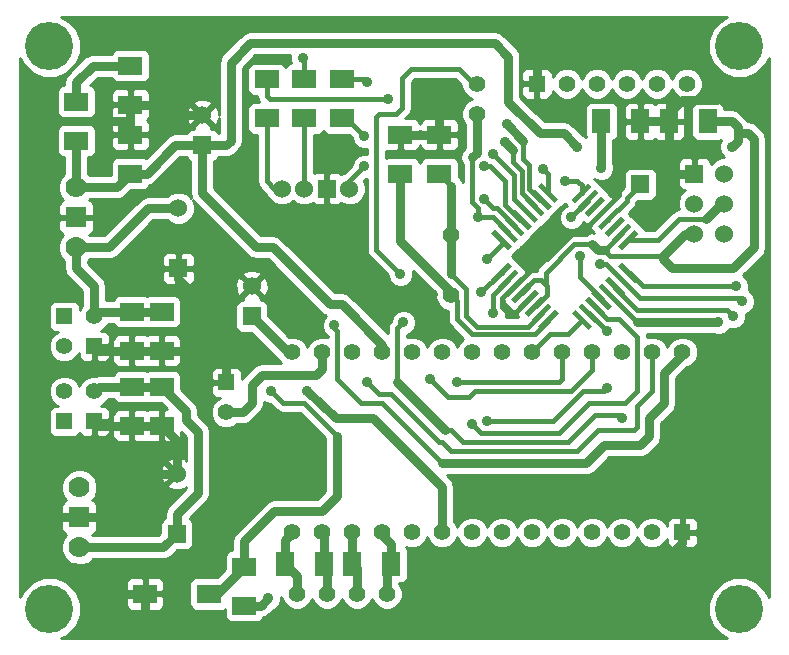
<source format=gtl>
G04 (created by PCBNEW (2013-jul-07)-stable) date Sat 20 Jun 2015 02:51:25 AM PDT*
%MOIN*%
G04 Gerber Fmt 3.4, Leading zero omitted, Abs format*
%FSLAX34Y34*%
G01*
G70*
G90*
G04 APERTURE LIST*
%ADD10C,0.00393701*%
%ADD11C,0.056*%
%ADD12R,0.0787X0.0629*%
%ADD13R,0.08X0.06*%
%ADD14R,0.06X0.08*%
%ADD15R,0.055X0.055*%
%ADD16C,0.055*%
%ADD17R,0.0590551X0.0590551*%
%ADD18C,0.06*%
%ADD19R,0.06X0.06*%
%ADD20C,0.07*%
%ADD21R,0.07X0.07*%
%ADD22C,0.16*%
%ADD23C,0.035*%
%ADD24C,0.03*%
%ADD25C,0.015*%
%ADD26C,0.01*%
G04 APERTURE END LIST*
G54D10*
G36*
X21666Y6595D02*
X21541Y6720D01*
X22097Y7277D01*
X22223Y7152D01*
X21666Y6595D01*
X21666Y6595D01*
G37*
G36*
X21443Y6818D02*
X21318Y6943D01*
X21875Y7500D01*
X22000Y7374D01*
X21443Y6818D01*
X21443Y6818D01*
G37*
G36*
X21221Y7041D02*
X21095Y7166D01*
X21652Y7722D01*
X21777Y7597D01*
X21221Y7041D01*
X21221Y7041D01*
G37*
G36*
X20998Y7263D02*
X20873Y7389D01*
X21429Y7945D01*
X21554Y7820D01*
X20998Y7263D01*
X20998Y7263D01*
G37*
G36*
X20775Y7486D02*
X20650Y7611D01*
X21206Y8168D01*
X21332Y8043D01*
X20775Y7486D01*
X20775Y7486D01*
G37*
G36*
X20552Y7709D02*
X20427Y7834D01*
X20984Y8390D01*
X21109Y8265D01*
X20552Y7709D01*
X20552Y7709D01*
G37*
G36*
X20330Y7932D02*
X20204Y8057D01*
X20761Y8613D01*
X20886Y8488D01*
X20330Y7932D01*
X20330Y7932D01*
G37*
G36*
X20107Y8154D02*
X19982Y8279D01*
X20538Y8836D01*
X20663Y8711D01*
X20107Y8154D01*
X20107Y8154D01*
G37*
G36*
X22771Y10816D02*
X22646Y10941D01*
X23203Y11498D01*
X23328Y11372D01*
X22771Y10816D01*
X22771Y10816D01*
G37*
G36*
X24334Y9253D02*
X24209Y9378D01*
X24765Y9935D01*
X24890Y9810D01*
X24334Y9253D01*
X24334Y9253D01*
G37*
G36*
X24108Y9479D02*
X23983Y9605D01*
X24539Y10161D01*
X24664Y10036D01*
X24108Y9479D01*
X24108Y9479D01*
G37*
G36*
X23881Y9706D02*
X23756Y9831D01*
X24313Y10387D01*
X24438Y10262D01*
X23881Y9706D01*
X23881Y9706D01*
G37*
G36*
X23662Y9925D02*
X23537Y10050D01*
X24094Y10607D01*
X24219Y10481D01*
X23662Y9925D01*
X23662Y9925D01*
G37*
G36*
X23436Y10151D02*
X23311Y10276D01*
X23867Y10833D01*
X23992Y10708D01*
X23436Y10151D01*
X23436Y10151D01*
G37*
G36*
X23217Y10370D02*
X23092Y10496D01*
X23648Y11052D01*
X23773Y10927D01*
X23217Y10370D01*
X23217Y10370D01*
G37*
G36*
X22990Y10597D02*
X22865Y10722D01*
X23422Y11278D01*
X23547Y11153D01*
X22990Y10597D01*
X22990Y10597D01*
G37*
G36*
X20535Y9266D02*
X19979Y9822D01*
X20104Y9948D01*
X20661Y9391D01*
X20535Y9266D01*
X20535Y9266D01*
G37*
G36*
X20757Y9488D02*
X20201Y10044D01*
X20326Y10170D01*
X20883Y9613D01*
X20757Y9488D01*
X20757Y9488D01*
G37*
G36*
X20981Y9711D02*
X20424Y10268D01*
X20550Y10393D01*
X21106Y9837D01*
X20981Y9711D01*
X20981Y9711D01*
G37*
G36*
X21203Y9933D02*
X20646Y10490D01*
X20772Y10615D01*
X21328Y10059D01*
X21203Y9933D01*
X21203Y9933D01*
G37*
G36*
X21426Y10157D02*
X20870Y10713D01*
X20995Y10838D01*
X21551Y10282D01*
X21426Y10157D01*
X21426Y10157D01*
G37*
G36*
X21648Y10379D02*
X21092Y10935D01*
X21217Y11061D01*
X21774Y10504D01*
X21648Y10379D01*
X21648Y10379D01*
G37*
G36*
X21872Y10602D02*
X21315Y11159D01*
X21440Y11284D01*
X21997Y10727D01*
X21872Y10602D01*
X21872Y10602D01*
G37*
G36*
X22094Y10824D02*
X21537Y11381D01*
X21662Y11506D01*
X22219Y10949D01*
X22094Y10824D01*
X22094Y10824D01*
G37*
G36*
X23210Y6594D02*
X22653Y7151D01*
X22778Y7276D01*
X23335Y6720D01*
X23210Y6594D01*
X23210Y6594D01*
G37*
G36*
X23429Y6814D02*
X22872Y7370D01*
X22998Y7495D01*
X23554Y6939D01*
X23429Y6814D01*
X23429Y6814D01*
G37*
G36*
X23655Y7040D02*
X23099Y7596D01*
X23224Y7722D01*
X23780Y7165D01*
X23655Y7040D01*
X23655Y7040D01*
G37*
G36*
X23874Y7259D02*
X23318Y7816D01*
X23443Y7941D01*
X23999Y7384D01*
X23874Y7259D01*
X23874Y7259D01*
G37*
G36*
X24094Y7478D02*
X23537Y8035D01*
X23662Y8160D01*
X24219Y7603D01*
X24094Y7478D01*
X24094Y7478D01*
G37*
G36*
X24320Y7705D02*
X23763Y8261D01*
X23888Y8386D01*
X24445Y7830D01*
X24320Y7705D01*
X24320Y7705D01*
G37*
G36*
X24546Y7931D02*
X23990Y8487D01*
X24115Y8613D01*
X24671Y8056D01*
X24546Y7931D01*
X24546Y7931D01*
G37*
G36*
X24772Y8157D02*
X24216Y8714D01*
X24341Y8839D01*
X24898Y8282D01*
X24772Y8157D01*
X24772Y8157D01*
G37*
G54D11*
X18650Y7750D03*
X18650Y9750D03*
G54D12*
X10562Y-2200D03*
X8438Y-2200D03*
G54D13*
X8000Y5900D03*
X8000Y7200D03*
X15000Y14950D03*
X15000Y13650D03*
X12500Y14950D03*
X12500Y13650D03*
X13750Y14950D03*
X13750Y13650D03*
G54D14*
X16650Y-1200D03*
X15350Y-1200D03*
X14400Y-1200D03*
X13100Y-1200D03*
G54D13*
X16950Y11800D03*
X16950Y13100D03*
X18250Y11800D03*
X18250Y13100D03*
G54D14*
X23650Y13550D03*
X24950Y13550D03*
G54D13*
X7950Y13100D03*
X7950Y11800D03*
G54D14*
X27200Y13550D03*
X25900Y13550D03*
G54D13*
X11750Y-1300D03*
X11750Y-2600D03*
X7950Y15400D03*
X7950Y14100D03*
X6150Y12900D03*
X6150Y14200D03*
X9000Y4700D03*
X9000Y3400D03*
X8000Y3400D03*
X8000Y4700D03*
X9000Y7200D03*
X9000Y5900D03*
G54D15*
X21500Y14800D03*
G54D16*
X22500Y14800D03*
X23500Y14800D03*
X24500Y14800D03*
X25500Y14800D03*
X26500Y14800D03*
G54D15*
X11150Y4850D03*
G54D16*
X11150Y3850D03*
X19500Y13800D03*
X19500Y14800D03*
G54D15*
X6750Y6050D03*
G54D16*
X6750Y7050D03*
G54D15*
X5750Y7050D03*
G54D16*
X5750Y6050D03*
G54D15*
X5750Y3550D03*
G54D16*
X5750Y4550D03*
G54D15*
X6750Y3550D03*
G54D16*
X6750Y4550D03*
G54D17*
X24950Y11450D03*
G54D18*
X27750Y9800D03*
X26750Y9800D03*
X27750Y10800D03*
X26750Y10800D03*
X27750Y11800D03*
G54D19*
X26750Y11800D03*
G54D20*
X6150Y9350D03*
G54D21*
X6150Y10350D03*
G54D20*
X6150Y11350D03*
X6250Y-650D03*
G54D21*
X6250Y350D03*
G54D20*
X6250Y1350D03*
G54D18*
X13000Y11300D03*
X13750Y11300D03*
G54D19*
X14500Y11300D03*
G54D18*
X15250Y11300D03*
G54D16*
X13350Y-150D03*
X14350Y-150D03*
X15350Y-150D03*
X16350Y-150D03*
X17350Y-150D03*
X18350Y-150D03*
X19350Y-150D03*
X20350Y-150D03*
X21350Y-150D03*
X22350Y-150D03*
X23350Y-150D03*
X24350Y-150D03*
X25350Y-150D03*
G54D15*
X26350Y-150D03*
G54D16*
X26350Y5850D03*
X25350Y5850D03*
X24350Y5850D03*
X23350Y5850D03*
X22350Y5850D03*
X21350Y5850D03*
X20350Y5850D03*
X19350Y5850D03*
X18350Y5850D03*
X17350Y5850D03*
X16350Y5850D03*
X15350Y5850D03*
X14350Y5850D03*
X13350Y5850D03*
G54D18*
X9550Y10650D03*
G54D19*
X9550Y8650D03*
X9500Y-200D03*
G54D18*
X9500Y1800D03*
G54D19*
X10350Y12750D03*
G54D18*
X10350Y13750D03*
G54D19*
X12000Y7050D03*
G54D18*
X12000Y8050D03*
G54D22*
X5250Y-2700D03*
X5250Y16050D03*
X28250Y-2700D03*
X28250Y16050D03*
G54D16*
X16500Y-2200D03*
X15500Y-2200D03*
X14500Y-2200D03*
X13500Y-2200D03*
G54D23*
X22850Y12700D03*
X28000Y12700D03*
X12550Y-2350D03*
X22650Y10350D03*
X22450Y11550D03*
X21700Y11950D03*
X13850Y4550D03*
X13700Y15650D03*
X20500Y13450D03*
X20450Y12850D03*
X16550Y14300D03*
X15850Y14850D03*
X20050Y12450D03*
X28050Y7050D03*
X23600Y8800D03*
X28350Y7550D03*
X28150Y8050D03*
X19850Y8950D03*
X17050Y6850D03*
X24350Y3650D03*
X19650Y7850D03*
X17950Y4950D03*
X18850Y4850D03*
X20050Y7150D03*
X19850Y3550D03*
X23850Y4650D03*
X23850Y6550D03*
X19350Y3450D03*
X22950Y9050D03*
X27550Y6850D03*
X12650Y4550D03*
X19750Y12050D03*
X15850Y4850D03*
X19550Y10350D03*
X16950Y8450D03*
X14750Y6750D03*
X19750Y10950D03*
X24350Y16300D03*
X17850Y14300D03*
X28600Y14650D03*
X6950Y13550D03*
X23650Y12000D03*
X15750Y13050D03*
X15750Y12050D03*
G54D24*
X13350Y5850D02*
X13200Y5850D01*
X13200Y5850D02*
X12000Y7050D01*
X9500Y-200D02*
X9500Y450D01*
X9800Y3900D02*
X9000Y4700D01*
X9800Y3600D02*
X9800Y3900D01*
X10200Y3200D02*
X9800Y3600D01*
X10200Y1150D02*
X10200Y3200D01*
X9500Y450D02*
X10200Y1150D01*
X8000Y4700D02*
X6900Y4700D01*
X6900Y4700D02*
X6750Y4550D01*
X6250Y-650D02*
X9050Y-650D01*
X9050Y-650D02*
X9500Y-200D01*
X9000Y4700D02*
X8000Y4700D01*
G54D25*
X25700Y9050D02*
X25700Y8950D01*
G54D24*
X28550Y13150D02*
X28200Y13150D01*
X28750Y12950D02*
X28550Y13150D01*
X28750Y9350D02*
X28750Y12950D01*
X28050Y8650D02*
X28750Y9350D01*
X26000Y8650D02*
X28050Y8650D01*
X25700Y8950D02*
X26000Y8650D01*
X10350Y12750D02*
X11150Y12750D01*
X11150Y12750D02*
X11300Y12900D01*
X11300Y12900D02*
X11300Y15500D01*
X11300Y15500D02*
X11950Y16150D01*
X11950Y16150D02*
X20100Y16150D01*
X20100Y16150D02*
X20550Y15700D01*
X20550Y15700D02*
X20550Y14200D01*
X20550Y14200D02*
X21600Y13150D01*
X21600Y13150D02*
X22400Y13150D01*
X22400Y13150D02*
X22850Y12700D01*
X28000Y12700D02*
X28200Y12900D01*
X28200Y12900D02*
X28200Y13150D01*
X28000Y13550D02*
X27200Y13550D01*
X28200Y13150D02*
X28200Y13350D01*
X28200Y13350D02*
X28000Y13550D01*
G54D25*
X23753Y9250D02*
X23753Y9246D01*
X26450Y9800D02*
X26750Y9800D01*
G54D24*
X25700Y9050D02*
X26450Y9800D01*
G54D25*
X23950Y9050D02*
X25700Y9050D01*
X23753Y9246D02*
X23950Y9050D01*
G54D24*
X16350Y5850D02*
X16350Y6100D01*
X10350Y11150D02*
X10350Y12750D01*
X12150Y9350D02*
X10350Y11150D01*
X12700Y9350D02*
X12150Y9350D01*
X14600Y7450D02*
X12700Y9350D01*
X15000Y7450D02*
X14600Y7450D01*
X16350Y6100D02*
X15000Y7450D01*
X11750Y-2600D02*
X12300Y-2600D01*
X12300Y-2600D02*
X12550Y-2350D01*
G54D25*
X21800Y8100D02*
X21800Y8500D01*
X23753Y9250D02*
X24323Y9820D01*
G54D24*
X23550Y9250D02*
X23753Y9250D01*
X23350Y9450D02*
X23550Y9250D01*
G54D25*
X22750Y9450D02*
X23350Y9450D01*
X21800Y8500D02*
X22750Y9450D01*
X21436Y7381D02*
X21481Y7381D01*
X21413Y8250D02*
X20991Y7827D01*
X21650Y8250D02*
X21413Y8250D01*
X21850Y8050D02*
X21800Y8100D01*
X21800Y8100D02*
X21650Y8250D01*
X21850Y7750D02*
X21850Y8050D01*
X21481Y7381D02*
X21850Y7750D01*
G54D24*
X7950Y11800D02*
X8500Y11800D01*
X8500Y11800D02*
X9450Y12750D01*
X9450Y12750D02*
X10350Y12750D01*
X6150Y11350D02*
X6150Y12900D01*
X6150Y11350D02*
X7500Y11350D01*
X7500Y11350D02*
X7950Y11800D01*
X6150Y9350D02*
X6150Y8650D01*
X6750Y8050D02*
X6750Y7050D01*
X6150Y8650D02*
X6750Y8050D01*
X8000Y7200D02*
X6900Y7200D01*
X6900Y7200D02*
X6750Y7050D01*
X9000Y7200D02*
X8000Y7200D01*
X6150Y9350D02*
X7250Y9350D01*
X7250Y9350D02*
X8550Y10650D01*
X8550Y10650D02*
X9550Y10650D01*
G54D25*
X23206Y10906D02*
X23206Y10937D01*
X22650Y10350D02*
X23206Y10906D01*
X22987Y11412D02*
X22987Y11157D01*
X22850Y11550D02*
X22987Y11412D01*
X22450Y11550D02*
X22850Y11550D01*
G54D24*
X18350Y-150D02*
X18350Y1350D01*
G54D25*
X21878Y11778D02*
X21878Y11165D01*
X21700Y11950D02*
X21878Y11778D01*
G54D24*
X14800Y3650D02*
X13850Y4550D01*
X16050Y3650D02*
X14800Y3650D01*
X18350Y1350D02*
X16050Y3650D01*
G54D25*
X21656Y10943D02*
X21606Y10943D01*
X13750Y15600D02*
X13750Y14950D01*
X13700Y15650D02*
X13750Y15600D01*
G54D24*
X21050Y12900D02*
X20500Y13450D01*
G54D25*
X21050Y12300D02*
X21050Y12900D01*
X21250Y12099D02*
X21050Y12300D01*
X21250Y11299D02*
X21250Y12099D01*
X21606Y10943D02*
X21250Y11299D01*
X12500Y14950D02*
X12500Y14400D01*
X21000Y11153D02*
X21433Y10720D01*
X21000Y11899D02*
X21000Y11153D01*
X20700Y12200D02*
X21000Y11899D01*
X20700Y12600D02*
X20700Y12200D01*
G54D24*
X20450Y12850D02*
X20700Y12600D01*
G54D25*
X12600Y14300D02*
X16550Y14300D01*
X12500Y14400D02*
X12600Y14300D01*
X21211Y10498D02*
X21201Y10498D01*
X15750Y14950D02*
X15000Y14950D01*
X15850Y14850D02*
X15750Y14950D01*
X20750Y11750D02*
X20050Y12450D01*
X20750Y10950D02*
X20750Y11750D01*
X21201Y10498D02*
X20750Y10950D01*
X24104Y8045D02*
X24104Y7995D01*
X27850Y7250D02*
X28050Y7050D01*
X24850Y7250D02*
X27850Y7250D01*
X24104Y7995D02*
X24850Y7250D01*
X24330Y8272D02*
X24327Y8272D01*
X23800Y8800D02*
X23600Y8800D01*
X24327Y8272D02*
X23800Y8800D01*
X24330Y8272D02*
X24330Y8269D01*
X28250Y7650D02*
X28350Y7550D01*
X24950Y7650D02*
X28250Y7650D01*
X24330Y8269D02*
X24950Y7650D01*
X24557Y8498D02*
X24601Y8498D01*
X25050Y8050D02*
X28150Y8050D01*
X24601Y8498D02*
X25050Y8050D01*
X24550Y9594D02*
X25544Y9594D01*
X27650Y10800D02*
X27750Y10800D01*
G54D24*
X27150Y10300D02*
X27650Y10800D01*
G54D25*
X26250Y10300D02*
X27150Y10300D01*
X25544Y9594D02*
X26250Y10300D01*
X19850Y8950D02*
X20350Y9450D01*
X16850Y6650D02*
X17050Y6850D01*
X16850Y4850D02*
X16850Y6650D01*
G54D24*
X18450Y3250D02*
X16850Y4850D01*
G54D25*
X18650Y3250D02*
X18450Y3250D01*
X19050Y2850D02*
X18650Y3250D01*
X22550Y2850D02*
X19050Y2850D01*
X23450Y3750D02*
X22550Y2850D01*
X24250Y3750D02*
X23450Y3750D01*
X24350Y3650D02*
X24250Y3750D01*
X23350Y5850D02*
X23350Y5250D01*
X20295Y8495D02*
X20323Y8495D01*
X19650Y7850D02*
X20295Y8495D01*
X18550Y4350D02*
X17950Y4950D01*
X19250Y4350D02*
X18550Y4350D01*
X19450Y4550D02*
X19250Y4350D01*
X22650Y4550D02*
X19450Y4550D01*
X23350Y5250D02*
X22650Y4550D01*
X20545Y8272D02*
X20545Y8245D01*
X22350Y4950D02*
X22350Y5850D01*
X22250Y4850D02*
X22350Y4950D01*
X18850Y4850D02*
X22250Y4850D01*
X20050Y7750D02*
X20050Y7150D01*
X20545Y8245D02*
X20050Y7750D01*
X21350Y5850D02*
X21950Y6450D01*
X21950Y6450D02*
X22550Y6450D01*
X22550Y6450D02*
X22950Y6850D01*
X23213Y7154D02*
X23245Y7154D01*
X22050Y3550D02*
X19850Y3550D01*
X23050Y4550D02*
X22050Y3550D01*
X23750Y4550D02*
X23050Y4550D01*
X23850Y4650D02*
X23750Y4550D01*
X23245Y7154D02*
X23850Y6550D01*
X23439Y7381D02*
X23439Y7360D01*
X19650Y3150D02*
X19350Y3450D01*
X22250Y3150D02*
X19650Y3150D01*
X23250Y4150D02*
X22250Y3150D01*
X24450Y4150D02*
X23250Y4150D01*
X24850Y4550D02*
X24450Y4150D01*
X24850Y6350D02*
X24850Y4550D01*
X24250Y6950D02*
X24850Y6350D01*
X23850Y6950D02*
X24250Y6950D01*
X23439Y7360D02*
X23850Y6950D01*
X23659Y7600D02*
X23659Y7640D01*
X22950Y8350D02*
X22950Y9050D01*
X23659Y7640D02*
X22950Y8350D01*
X23878Y7819D02*
X23880Y7819D01*
G54D24*
X24850Y6850D02*
X27550Y6850D01*
G54D25*
X23880Y7819D02*
X24850Y6850D01*
G54D24*
X10562Y-2200D02*
X10850Y-2200D01*
X10850Y-2200D02*
X11750Y-1300D01*
G54D25*
X20987Y10274D02*
X20925Y10274D01*
G54D24*
X11750Y-450D02*
X11750Y-1300D01*
X12750Y550D02*
X11750Y-450D01*
X14350Y550D02*
X12750Y550D01*
X14850Y1050D02*
X14350Y550D01*
X14850Y3050D02*
X14850Y1050D01*
G54D25*
X13750Y4150D02*
X14850Y3050D01*
X13050Y4150D02*
X13750Y4150D01*
X12650Y4550D02*
X13050Y4150D01*
X19950Y12050D02*
X19750Y12050D01*
X20450Y11550D02*
X19950Y12050D01*
X20450Y10750D02*
X20450Y11550D01*
X20925Y10274D02*
X20450Y10750D01*
X19550Y10350D02*
X19550Y10650D01*
G54D24*
X19500Y12500D02*
X19500Y13800D01*
X19350Y12350D02*
X19500Y12500D01*
G54D25*
X19350Y10850D02*
X19350Y12350D01*
X19550Y10650D02*
X19350Y10850D01*
X20542Y9829D02*
X20542Y9857D01*
X25350Y4550D02*
X25350Y5850D01*
X24850Y4050D02*
X25350Y4550D01*
X24850Y3350D02*
X24850Y4050D01*
X24750Y3250D02*
X24850Y3350D01*
X23550Y3250D02*
X24750Y3250D01*
X22850Y2550D02*
X23550Y3250D01*
X18650Y2550D02*
X22850Y2550D01*
X18350Y2850D02*
X18650Y2550D01*
X18250Y2850D02*
X18350Y2850D01*
X16650Y4450D02*
X18250Y2850D01*
X16250Y4450D02*
X16650Y4450D01*
X15850Y4850D02*
X16250Y4450D01*
X20050Y10350D02*
X19550Y10350D01*
X20542Y9857D02*
X20050Y10350D01*
X19500Y14800D02*
X19400Y14800D01*
X16150Y9250D02*
X16950Y8450D01*
X16150Y13700D02*
X16150Y9250D01*
X16250Y13800D02*
X16150Y13700D01*
X16800Y13800D02*
X16250Y13800D01*
X17000Y14000D02*
X16800Y13800D01*
X17000Y15000D02*
X17000Y14000D01*
X17300Y15300D02*
X17000Y15000D01*
X18900Y15300D02*
X17300Y15300D01*
X19400Y14800D02*
X18900Y15300D01*
X26350Y5850D02*
X26350Y5750D01*
G54D24*
X26350Y5750D02*
X25750Y5150D01*
X25750Y5150D02*
X25750Y4150D01*
X25750Y4150D02*
X25250Y3650D01*
X25250Y3650D02*
X25250Y3050D01*
X25250Y3050D02*
X24950Y2750D01*
X24950Y2750D02*
X23750Y2750D01*
X23750Y2750D02*
X23150Y2150D01*
X23150Y2150D02*
X18350Y2150D01*
G54D25*
X18350Y2150D02*
X16350Y4150D01*
X16350Y4150D02*
X15650Y4150D01*
X15650Y4150D02*
X14850Y4950D01*
X14850Y4950D02*
X14850Y6550D01*
X14850Y6550D02*
X14750Y6650D01*
X14750Y6650D02*
X14750Y6750D01*
X20168Y10650D02*
X20765Y10052D01*
X19750Y10950D02*
X20050Y10650D01*
X20050Y10650D02*
X20168Y10650D01*
G54D24*
X14350Y5850D02*
X14350Y5300D01*
X11700Y3850D02*
X11150Y3850D01*
X12000Y4150D02*
X11700Y3850D01*
X12000Y4750D02*
X12000Y4150D01*
X12350Y5100D02*
X12000Y4750D01*
X14150Y5100D02*
X12350Y5100D01*
X14350Y5300D02*
X14150Y5100D01*
X24400Y16250D02*
X24400Y15850D01*
X24350Y16300D02*
X24400Y16250D01*
X18250Y13100D02*
X18250Y13900D01*
X18250Y13900D02*
X17850Y14300D01*
X25900Y13550D02*
X25900Y11900D01*
G54D25*
X25900Y11900D02*
X25800Y11800D01*
X25900Y13550D02*
X25900Y13800D01*
G54D24*
X27500Y14250D02*
X27900Y14650D01*
X26350Y14250D02*
X27500Y14250D01*
X25900Y13800D02*
X26350Y14250D01*
X21500Y14800D02*
X21500Y15450D01*
X21900Y15850D02*
X24400Y15850D01*
X21500Y15450D02*
X21900Y15850D01*
X24400Y15850D02*
X26700Y15850D01*
X26700Y15850D02*
X27900Y14650D01*
X27900Y14650D02*
X28600Y14650D01*
X24950Y13550D02*
X25900Y13550D01*
G54D25*
X23652Y10492D02*
X23652Y10502D01*
X23652Y10502D02*
X24250Y11100D01*
X24250Y11100D02*
X24250Y11850D01*
G54D24*
X24250Y11850D02*
X24500Y12100D01*
X25150Y12100D02*
X25500Y12100D01*
X24500Y12100D02*
X25150Y12100D01*
X25500Y12100D02*
X25800Y11800D01*
X25800Y11800D02*
X26750Y11800D01*
X8438Y-2200D02*
X8438Y-3288D01*
X26350Y-500D02*
X26350Y-150D01*
X25750Y-1100D02*
X26350Y-500D01*
X18150Y-1100D02*
X25750Y-1100D01*
X17950Y-1300D02*
X18150Y-1100D01*
X17950Y-2600D02*
X17950Y-1300D01*
X17150Y-3400D02*
X17950Y-2600D01*
X8550Y-3400D02*
X17150Y-3400D01*
X8438Y-3288D02*
X8550Y-3400D01*
X9550Y8650D02*
X9550Y8300D01*
X10250Y7600D02*
X10250Y5900D01*
X9550Y8300D02*
X10250Y7600D01*
X11150Y4850D02*
X11150Y5550D01*
X11150Y5550D02*
X10800Y5900D01*
X10800Y5900D02*
X10250Y5900D01*
X10250Y5900D02*
X9000Y5900D01*
X8438Y-2200D02*
X7000Y-2200D01*
X5400Y350D02*
X6250Y350D01*
X5250Y200D02*
X5400Y350D01*
X5250Y-1000D02*
X5250Y200D01*
X5550Y-1300D02*
X5250Y-1000D01*
X6100Y-1300D02*
X5550Y-1300D01*
X7000Y-2200D02*
X6100Y-1300D01*
X16950Y13100D02*
X18250Y13100D01*
G54D25*
X20768Y8050D02*
X20768Y8068D01*
X23009Y9850D02*
X23652Y10492D01*
X22750Y9850D02*
X23009Y9850D01*
X21850Y8950D02*
X22750Y9850D01*
X21650Y8950D02*
X21850Y8950D01*
X20768Y8068D02*
X21650Y8950D01*
X20768Y8050D02*
X20750Y8050D01*
X20759Y7150D02*
X21213Y7604D01*
X20550Y7150D02*
X20759Y7150D01*
X20350Y7350D02*
X20550Y7150D01*
X20350Y7650D02*
X20350Y7350D01*
X20750Y8050D02*
X20350Y7650D01*
G54D24*
X8000Y3400D02*
X6900Y3400D01*
X6900Y3400D02*
X6750Y3550D01*
X8000Y5900D02*
X6900Y5900D01*
X6900Y5900D02*
X6750Y6050D01*
X6250Y350D02*
X7050Y350D01*
X8500Y1800D02*
X9500Y1800D01*
X7050Y350D02*
X8500Y1800D01*
X9500Y1800D02*
X9500Y2900D01*
X9500Y2900D02*
X9000Y3400D01*
X9000Y3400D02*
X8000Y3400D01*
X9000Y5900D02*
X8000Y5900D01*
X10350Y13750D02*
X9850Y13750D01*
X9850Y13750D02*
X9500Y14100D01*
X9500Y14100D02*
X7950Y14100D01*
X7950Y13550D02*
X6950Y13550D01*
X7950Y13100D02*
X7950Y13550D01*
X7950Y13550D02*
X7950Y14100D01*
X23650Y13550D02*
X23650Y12000D01*
G54D25*
X23878Y10266D02*
X23878Y10278D01*
X24500Y11000D02*
X24950Y11450D01*
X24500Y10900D02*
X24500Y11000D01*
X23878Y10278D02*
X24500Y10900D01*
X13000Y11300D02*
X12750Y11300D01*
X12500Y11550D02*
X12500Y13650D01*
X12750Y11300D02*
X12500Y11550D01*
G54D24*
X16500Y-2200D02*
X16500Y-1350D01*
X16500Y-1350D02*
X16650Y-1200D01*
X16650Y-1200D02*
X16650Y-550D01*
X16650Y-550D02*
X16300Y-200D01*
X14500Y-2200D02*
X14500Y-1300D01*
X14500Y-1300D02*
X14400Y-1200D01*
X14400Y-1200D02*
X14400Y-300D01*
X14400Y-300D02*
X14300Y-200D01*
X15500Y-2200D02*
X15500Y-1350D01*
X15500Y-1350D02*
X15350Y-1200D01*
X15350Y-1200D02*
X15350Y-250D01*
X15350Y-250D02*
X15300Y-200D01*
X13500Y-2200D02*
X13500Y-1600D01*
X13500Y-1600D02*
X13100Y-1200D01*
X13100Y-1200D02*
X13100Y-400D01*
X13100Y-400D02*
X13300Y-200D01*
X6150Y14200D02*
X6150Y14850D01*
X6700Y15400D02*
X7950Y15400D01*
X6150Y14850D02*
X6700Y15400D01*
X18650Y9750D02*
X18650Y11400D01*
G54D25*
X18650Y11400D02*
X18250Y11800D01*
X21659Y7159D02*
X21659Y7159D01*
G54D24*
X18650Y8450D02*
X18650Y9750D01*
G54D25*
X19150Y7950D02*
X18650Y8450D01*
X19150Y7050D02*
X19150Y7950D01*
X19499Y6700D02*
X19150Y7050D01*
X21200Y6700D02*
X19499Y6700D01*
X21659Y7159D02*
X21200Y6700D01*
X18650Y7750D02*
X18650Y7850D01*
G54D24*
X16950Y9550D02*
X16950Y11800D01*
X18650Y7850D02*
X16950Y9550D01*
G54D25*
X21882Y6936D02*
X21882Y6882D01*
X18850Y7550D02*
X18650Y7750D01*
X18850Y6950D02*
X18850Y7550D01*
X19350Y6450D02*
X18850Y6950D01*
X21450Y6450D02*
X19350Y6450D01*
X21882Y6882D02*
X21450Y6450D01*
X15250Y11300D02*
X15250Y11550D01*
X15150Y13650D02*
X15000Y13650D01*
X15750Y13050D02*
X15150Y13650D01*
X15250Y11550D02*
X15750Y12050D01*
X13750Y11300D02*
X13750Y13650D01*
G54D10*
G36*
X19049Y6291D02*
X18905Y6147D01*
X18849Y6014D01*
X18795Y6147D01*
X18647Y6294D01*
X18454Y6374D01*
X18246Y6375D01*
X18053Y6295D01*
X17905Y6147D01*
X17849Y6014D01*
X17795Y6147D01*
X17647Y6294D01*
X17454Y6374D01*
X17246Y6375D01*
X17175Y6345D01*
X17175Y6441D01*
X17290Y6489D01*
X17410Y6608D01*
X17474Y6765D01*
X17475Y6934D01*
X17410Y7090D01*
X17291Y7210D01*
X17134Y7274D01*
X16965Y7275D01*
X16809Y7210D01*
X16689Y7091D01*
X16625Y6934D01*
X16625Y6884D01*
X16620Y6879D01*
X16549Y6774D01*
X16525Y6650D01*
X16525Y6490D01*
X15282Y7732D01*
X15153Y7819D01*
X15127Y7824D01*
X15000Y7850D01*
X14765Y7850D01*
X12982Y9632D01*
X12853Y9719D01*
X12827Y9724D01*
X12700Y9750D01*
X12315Y9750D01*
X10750Y11315D01*
X10750Y12220D01*
X10791Y12237D01*
X10861Y12308D01*
X10879Y12350D01*
X11150Y12350D01*
X11150Y12350D01*
X11277Y12375D01*
X11303Y12380D01*
X11303Y12380D01*
X11432Y12467D01*
X11582Y12617D01*
X11582Y12617D01*
X11640Y12703D01*
X11669Y12746D01*
X11669Y12746D01*
X11699Y12900D01*
X11700Y12900D01*
X11700Y15334D01*
X12115Y15750D01*
X13281Y15750D01*
X13275Y15734D01*
X13274Y15565D01*
X13302Y15500D01*
X13300Y15500D01*
X13208Y15462D01*
X13138Y15391D01*
X13125Y15360D01*
X13112Y15391D01*
X13041Y15461D01*
X12949Y15499D01*
X12850Y15500D01*
X12050Y15500D01*
X11958Y15462D01*
X11888Y15391D01*
X11850Y15299D01*
X11849Y15200D01*
X11849Y14600D01*
X11887Y14508D01*
X11958Y14438D01*
X12050Y14400D01*
X12149Y14399D01*
X12175Y14399D01*
X12199Y14275D01*
X12250Y14200D01*
X12050Y14200D01*
X11958Y14162D01*
X11888Y14091D01*
X11850Y13999D01*
X11849Y13900D01*
X11849Y13300D01*
X11887Y13208D01*
X11958Y13138D01*
X12050Y13100D01*
X12149Y13099D01*
X12175Y13099D01*
X12175Y11550D01*
X12199Y11425D01*
X12270Y11320D01*
X12485Y11104D01*
X12533Y10988D01*
X12688Y10834D01*
X12890Y10750D01*
X13108Y10749D01*
X13311Y10833D01*
X13374Y10897D01*
X13438Y10834D01*
X13640Y10750D01*
X13858Y10749D01*
X14027Y10819D01*
X14058Y10787D01*
X14150Y10749D01*
X14387Y10750D01*
X14450Y10812D01*
X14450Y11250D01*
X14442Y11250D01*
X14442Y11350D01*
X14450Y11350D01*
X14450Y11787D01*
X14387Y11850D01*
X14150Y11850D01*
X14075Y11818D01*
X14075Y13099D01*
X14199Y13099D01*
X14291Y13137D01*
X14361Y13208D01*
X14374Y13239D01*
X14387Y13208D01*
X14458Y13138D01*
X14550Y13100D01*
X14649Y13099D01*
X15240Y13099D01*
X15324Y13015D01*
X15324Y12965D01*
X15389Y12809D01*
X15508Y12689D01*
X15665Y12625D01*
X15825Y12624D01*
X15825Y12474D01*
X15665Y12475D01*
X15509Y12410D01*
X15389Y12291D01*
X15325Y12134D01*
X15325Y12084D01*
X15054Y11814D01*
X14972Y11780D01*
X14941Y11812D01*
X14849Y11850D01*
X14612Y11850D01*
X14550Y11787D01*
X14550Y11350D01*
X14557Y11350D01*
X14557Y11250D01*
X14550Y11250D01*
X14550Y10812D01*
X14612Y10750D01*
X14849Y10749D01*
X14941Y10787D01*
X14973Y10819D01*
X15140Y10750D01*
X15358Y10749D01*
X15561Y10833D01*
X15715Y10988D01*
X15799Y11190D01*
X15800Y11408D01*
X15732Y11572D01*
X15784Y11624D01*
X15825Y11624D01*
X15825Y9250D01*
X15849Y9125D01*
X15920Y9020D01*
X16524Y8415D01*
X16524Y8365D01*
X16589Y8209D01*
X16708Y8089D01*
X16865Y8025D01*
X17034Y8024D01*
X17190Y8089D01*
X17310Y8208D01*
X17374Y8365D01*
X17375Y8534D01*
X17357Y8576D01*
X18120Y7814D01*
X18119Y7645D01*
X18200Y7450D01*
X18349Y7300D01*
X18525Y7228D01*
X18525Y6950D01*
X18549Y6825D01*
X18620Y6720D01*
X19049Y6291D01*
X19049Y6291D01*
G37*
G54D26*
X19049Y6291D02*
X18905Y6147D01*
X18849Y6014D01*
X18795Y6147D01*
X18647Y6294D01*
X18454Y6374D01*
X18246Y6375D01*
X18053Y6295D01*
X17905Y6147D01*
X17849Y6014D01*
X17795Y6147D01*
X17647Y6294D01*
X17454Y6374D01*
X17246Y6375D01*
X17175Y6345D01*
X17175Y6441D01*
X17290Y6489D01*
X17410Y6608D01*
X17474Y6765D01*
X17475Y6934D01*
X17410Y7090D01*
X17291Y7210D01*
X17134Y7274D01*
X16965Y7275D01*
X16809Y7210D01*
X16689Y7091D01*
X16625Y6934D01*
X16625Y6884D01*
X16620Y6879D01*
X16549Y6774D01*
X16525Y6650D01*
X16525Y6490D01*
X15282Y7732D01*
X15153Y7819D01*
X15127Y7824D01*
X15000Y7850D01*
X14765Y7850D01*
X12982Y9632D01*
X12853Y9719D01*
X12827Y9724D01*
X12700Y9750D01*
X12315Y9750D01*
X10750Y11315D01*
X10750Y12220D01*
X10791Y12237D01*
X10861Y12308D01*
X10879Y12350D01*
X11150Y12350D01*
X11150Y12350D01*
X11277Y12375D01*
X11303Y12380D01*
X11303Y12380D01*
X11432Y12467D01*
X11582Y12617D01*
X11582Y12617D01*
X11640Y12703D01*
X11669Y12746D01*
X11669Y12746D01*
X11699Y12900D01*
X11700Y12900D01*
X11700Y15334D01*
X12115Y15750D01*
X13281Y15750D01*
X13275Y15734D01*
X13274Y15565D01*
X13302Y15500D01*
X13300Y15500D01*
X13208Y15462D01*
X13138Y15391D01*
X13125Y15360D01*
X13112Y15391D01*
X13041Y15461D01*
X12949Y15499D01*
X12850Y15500D01*
X12050Y15500D01*
X11958Y15462D01*
X11888Y15391D01*
X11850Y15299D01*
X11849Y15200D01*
X11849Y14600D01*
X11887Y14508D01*
X11958Y14438D01*
X12050Y14400D01*
X12149Y14399D01*
X12175Y14399D01*
X12199Y14275D01*
X12250Y14200D01*
X12050Y14200D01*
X11958Y14162D01*
X11888Y14091D01*
X11850Y13999D01*
X11849Y13900D01*
X11849Y13300D01*
X11887Y13208D01*
X11958Y13138D01*
X12050Y13100D01*
X12149Y13099D01*
X12175Y13099D01*
X12175Y11550D01*
X12199Y11425D01*
X12270Y11320D01*
X12485Y11104D01*
X12533Y10988D01*
X12688Y10834D01*
X12890Y10750D01*
X13108Y10749D01*
X13311Y10833D01*
X13374Y10897D01*
X13438Y10834D01*
X13640Y10750D01*
X13858Y10749D01*
X14027Y10819D01*
X14058Y10787D01*
X14150Y10749D01*
X14387Y10750D01*
X14450Y10812D01*
X14450Y11250D01*
X14442Y11250D01*
X14442Y11350D01*
X14450Y11350D01*
X14450Y11787D01*
X14387Y11850D01*
X14150Y11850D01*
X14075Y11818D01*
X14075Y13099D01*
X14199Y13099D01*
X14291Y13137D01*
X14361Y13208D01*
X14374Y13239D01*
X14387Y13208D01*
X14458Y13138D01*
X14550Y13100D01*
X14649Y13099D01*
X15240Y13099D01*
X15324Y13015D01*
X15324Y12965D01*
X15389Y12809D01*
X15508Y12689D01*
X15665Y12625D01*
X15825Y12624D01*
X15825Y12474D01*
X15665Y12475D01*
X15509Y12410D01*
X15389Y12291D01*
X15325Y12134D01*
X15325Y12084D01*
X15054Y11814D01*
X14972Y11780D01*
X14941Y11812D01*
X14849Y11850D01*
X14612Y11850D01*
X14550Y11787D01*
X14550Y11350D01*
X14557Y11350D01*
X14557Y11250D01*
X14550Y11250D01*
X14550Y10812D01*
X14612Y10750D01*
X14849Y10749D01*
X14941Y10787D01*
X14973Y10819D01*
X15140Y10750D01*
X15358Y10749D01*
X15561Y10833D01*
X15715Y10988D01*
X15799Y11190D01*
X15800Y11408D01*
X15732Y11572D01*
X15784Y11624D01*
X15825Y11624D01*
X15825Y9250D01*
X15849Y9125D01*
X15920Y9020D01*
X16524Y8415D01*
X16524Y8365D01*
X16589Y8209D01*
X16708Y8089D01*
X16865Y8025D01*
X17034Y8024D01*
X17190Y8089D01*
X17310Y8208D01*
X17374Y8365D01*
X17375Y8534D01*
X17357Y8576D01*
X18120Y7814D01*
X18119Y7645D01*
X18200Y7450D01*
X18349Y7300D01*
X18525Y7228D01*
X18525Y6950D01*
X18549Y6825D01*
X18620Y6720D01*
X19049Y6291D01*
G54D10*
G36*
X19335Y14299D02*
X19203Y14245D01*
X19055Y14097D01*
X18975Y13904D01*
X18974Y13696D01*
X19054Y13503D01*
X19100Y13457D01*
X19100Y12665D01*
X19067Y12632D01*
X18980Y12503D01*
X18950Y12350D01*
X18980Y12196D01*
X19025Y12130D01*
X19025Y11525D01*
X19019Y11553D01*
X18932Y11682D01*
X18900Y11704D01*
X18900Y12149D01*
X18900Y12750D01*
X18900Y13449D01*
X18862Y13541D01*
X18791Y13611D01*
X18699Y13649D01*
X18600Y13650D01*
X18362Y13650D01*
X18300Y13587D01*
X18300Y13150D01*
X18837Y13150D01*
X18900Y13212D01*
X18900Y13449D01*
X18900Y12750D01*
X18900Y12987D01*
X18837Y13050D01*
X18300Y13050D01*
X18300Y12612D01*
X18362Y12550D01*
X18600Y12549D01*
X18699Y12550D01*
X18791Y12588D01*
X18862Y12658D01*
X18900Y12750D01*
X18900Y12149D01*
X18862Y12241D01*
X18791Y12311D01*
X18699Y12349D01*
X18600Y12350D01*
X18200Y12350D01*
X18200Y12612D01*
X18200Y13050D01*
X17662Y13050D01*
X17600Y12987D01*
X17537Y13050D01*
X17000Y13050D01*
X17000Y12612D01*
X17062Y12550D01*
X17300Y12549D01*
X17399Y12550D01*
X17491Y12588D01*
X17562Y12658D01*
X17600Y12750D01*
X17637Y12658D01*
X17708Y12588D01*
X17800Y12550D01*
X17899Y12549D01*
X18137Y12550D01*
X18200Y12612D01*
X18200Y12350D01*
X17800Y12350D01*
X17708Y12312D01*
X17638Y12241D01*
X17600Y12149D01*
X17600Y12149D01*
X17562Y12241D01*
X17491Y12311D01*
X17399Y12349D01*
X17300Y12350D01*
X16500Y12350D01*
X16475Y12339D01*
X16475Y12560D01*
X16500Y12550D01*
X16599Y12549D01*
X16837Y12550D01*
X16900Y12612D01*
X16900Y13050D01*
X16892Y13050D01*
X16892Y13150D01*
X16900Y13150D01*
X16900Y13157D01*
X17000Y13157D01*
X17000Y13150D01*
X17537Y13150D01*
X17600Y13212D01*
X17662Y13150D01*
X18200Y13150D01*
X18200Y13587D01*
X18137Y13650D01*
X17899Y13650D01*
X17800Y13649D01*
X17708Y13611D01*
X17637Y13541D01*
X17600Y13449D01*
X17562Y13541D01*
X17491Y13611D01*
X17399Y13649D01*
X17300Y13650D01*
X17109Y13650D01*
X17229Y13770D01*
X17229Y13770D01*
X17229Y13770D01*
X17300Y13875D01*
X17300Y13875D01*
X17325Y14000D01*
X17325Y14865D01*
X17434Y14975D01*
X18765Y14975D01*
X18974Y14765D01*
X18974Y14696D01*
X19054Y14503D01*
X19202Y14355D01*
X19335Y14299D01*
X19335Y14299D01*
G37*
G54D26*
X19335Y14299D02*
X19203Y14245D01*
X19055Y14097D01*
X18975Y13904D01*
X18974Y13696D01*
X19054Y13503D01*
X19100Y13457D01*
X19100Y12665D01*
X19067Y12632D01*
X18980Y12503D01*
X18950Y12350D01*
X18980Y12196D01*
X19025Y12130D01*
X19025Y11525D01*
X19019Y11553D01*
X18932Y11682D01*
X18900Y11704D01*
X18900Y12149D01*
X18900Y12750D01*
X18900Y13449D01*
X18862Y13541D01*
X18791Y13611D01*
X18699Y13649D01*
X18600Y13650D01*
X18362Y13650D01*
X18300Y13587D01*
X18300Y13150D01*
X18837Y13150D01*
X18900Y13212D01*
X18900Y13449D01*
X18900Y12750D01*
X18900Y12987D01*
X18837Y13050D01*
X18300Y13050D01*
X18300Y12612D01*
X18362Y12550D01*
X18600Y12549D01*
X18699Y12550D01*
X18791Y12588D01*
X18862Y12658D01*
X18900Y12750D01*
X18900Y12149D01*
X18862Y12241D01*
X18791Y12311D01*
X18699Y12349D01*
X18600Y12350D01*
X18200Y12350D01*
X18200Y12612D01*
X18200Y13050D01*
X17662Y13050D01*
X17600Y12987D01*
X17537Y13050D01*
X17000Y13050D01*
X17000Y12612D01*
X17062Y12550D01*
X17300Y12549D01*
X17399Y12550D01*
X17491Y12588D01*
X17562Y12658D01*
X17600Y12750D01*
X17637Y12658D01*
X17708Y12588D01*
X17800Y12550D01*
X17899Y12549D01*
X18137Y12550D01*
X18200Y12612D01*
X18200Y12350D01*
X17800Y12350D01*
X17708Y12312D01*
X17638Y12241D01*
X17600Y12149D01*
X17600Y12149D01*
X17562Y12241D01*
X17491Y12311D01*
X17399Y12349D01*
X17300Y12350D01*
X16500Y12350D01*
X16475Y12339D01*
X16475Y12560D01*
X16500Y12550D01*
X16599Y12549D01*
X16837Y12550D01*
X16900Y12612D01*
X16900Y13050D01*
X16892Y13050D01*
X16892Y13150D01*
X16900Y13150D01*
X16900Y13157D01*
X17000Y13157D01*
X17000Y13150D01*
X17537Y13150D01*
X17600Y13212D01*
X17662Y13150D01*
X18200Y13150D01*
X18200Y13587D01*
X18137Y13650D01*
X17899Y13650D01*
X17800Y13649D01*
X17708Y13611D01*
X17637Y13541D01*
X17600Y13449D01*
X17562Y13541D01*
X17491Y13611D01*
X17399Y13649D01*
X17300Y13650D01*
X17109Y13650D01*
X17229Y13770D01*
X17229Y13770D01*
X17229Y13770D01*
X17300Y13875D01*
X17300Y13875D01*
X17325Y14000D01*
X17325Y14865D01*
X17434Y14975D01*
X18765Y14975D01*
X18974Y14765D01*
X18974Y14696D01*
X19054Y14503D01*
X19202Y14355D01*
X19335Y14299D01*
G54D10*
G36*
X20883Y7025D02*
X20458Y7025D01*
X20474Y7065D01*
X20475Y7234D01*
X20410Y7390D01*
X20375Y7425D01*
X20375Y7533D01*
X20341Y7567D01*
X20375Y7533D01*
X20375Y7585D01*
X20388Y7599D01*
X20388Y7519D01*
X20411Y7497D01*
X20430Y7489D01*
X20438Y7470D01*
X20508Y7399D01*
X20633Y7274D01*
X20653Y7266D01*
X20661Y7247D01*
X20683Y7225D01*
X20771Y7225D01*
X20783Y7236D01*
X20825Y7236D01*
X20860Y7251D01*
X20845Y7216D01*
X20845Y7174D01*
X20834Y7162D01*
X20834Y7074D01*
X20856Y7051D01*
X20875Y7043D01*
X20883Y7025D01*
X20883Y7025D01*
G37*
G54D26*
X20883Y7025D02*
X20458Y7025D01*
X20474Y7065D01*
X20475Y7234D01*
X20410Y7390D01*
X20375Y7425D01*
X20375Y7533D01*
X20341Y7567D01*
X20375Y7533D01*
X20375Y7585D01*
X20388Y7599D01*
X20388Y7519D01*
X20411Y7497D01*
X20430Y7489D01*
X20438Y7470D01*
X20508Y7399D01*
X20633Y7274D01*
X20653Y7266D01*
X20661Y7247D01*
X20683Y7225D01*
X20771Y7225D01*
X20783Y7236D01*
X20825Y7236D01*
X20860Y7251D01*
X20845Y7216D01*
X20845Y7174D01*
X20834Y7162D01*
X20834Y7074D01*
X20856Y7051D01*
X20875Y7043D01*
X20883Y7025D01*
G54D10*
G36*
X23393Y9841D02*
X23350Y9849D01*
X23196Y9819D01*
X23130Y9775D01*
X22750Y9775D01*
X22625Y9750D01*
X22583Y9722D01*
X22520Y9679D01*
X22520Y9679D01*
X21570Y8729D01*
X21499Y8624D01*
X21489Y8575D01*
X21413Y8575D01*
X21289Y8550D01*
X21222Y8505D01*
X21188Y8540D01*
X21148Y8500D01*
X21148Y8580D01*
X21125Y8603D01*
X21106Y8610D01*
X21098Y8629D01*
X21028Y8700D01*
X20903Y8825D01*
X20883Y8833D01*
X20875Y8852D01*
X20805Y8923D01*
X20680Y9048D01*
X20671Y9051D01*
X20677Y9054D01*
X20747Y9124D01*
X20872Y9249D01*
X20880Y9268D01*
X20899Y9276D01*
X20969Y9346D01*
X21094Y9471D01*
X21103Y9491D01*
X21122Y9499D01*
X21193Y9570D01*
X21318Y9695D01*
X21326Y9714D01*
X21344Y9721D01*
X21415Y9792D01*
X21540Y9917D01*
X21548Y9937D01*
X21568Y9945D01*
X21638Y10015D01*
X21763Y10140D01*
X21771Y10159D01*
X21790Y10167D01*
X21860Y10237D01*
X21985Y10362D01*
X21994Y10382D01*
X22013Y10390D01*
X22084Y10461D01*
X22209Y10586D01*
X22217Y10605D01*
X22235Y10612D01*
X22306Y10683D01*
X22431Y10808D01*
X22434Y10800D01*
X22490Y10743D01*
X22409Y10710D01*
X22289Y10591D01*
X22225Y10434D01*
X22224Y10265D01*
X22289Y10109D01*
X22408Y9989D01*
X22565Y9925D01*
X22734Y9924D01*
X22890Y9989D01*
X23010Y10108D01*
X23043Y10190D01*
X23075Y10159D01*
X23092Y10152D01*
X23099Y10135D01*
X23121Y10112D01*
X23209Y10112D01*
X23217Y10120D01*
X23266Y10120D01*
X23302Y10135D01*
X23287Y10100D01*
X23287Y10065D01*
X23272Y10050D01*
X23272Y9962D01*
X23294Y9939D01*
X23316Y9930D01*
X23325Y9909D01*
X23393Y9841D01*
X23393Y9841D01*
G37*
G54D26*
X23393Y9841D02*
X23350Y9849D01*
X23196Y9819D01*
X23130Y9775D01*
X22750Y9775D01*
X22625Y9750D01*
X22583Y9722D01*
X22520Y9679D01*
X22520Y9679D01*
X21570Y8729D01*
X21499Y8624D01*
X21489Y8575D01*
X21413Y8575D01*
X21289Y8550D01*
X21222Y8505D01*
X21188Y8540D01*
X21148Y8500D01*
X21148Y8580D01*
X21125Y8603D01*
X21106Y8610D01*
X21098Y8629D01*
X21028Y8700D01*
X20903Y8825D01*
X20883Y8833D01*
X20875Y8852D01*
X20805Y8923D01*
X20680Y9048D01*
X20671Y9051D01*
X20677Y9054D01*
X20747Y9124D01*
X20872Y9249D01*
X20880Y9268D01*
X20899Y9276D01*
X20969Y9346D01*
X21094Y9471D01*
X21103Y9491D01*
X21122Y9499D01*
X21193Y9570D01*
X21318Y9695D01*
X21326Y9714D01*
X21344Y9721D01*
X21415Y9792D01*
X21540Y9917D01*
X21548Y9937D01*
X21568Y9945D01*
X21638Y10015D01*
X21763Y10140D01*
X21771Y10159D01*
X21790Y10167D01*
X21860Y10237D01*
X21985Y10362D01*
X21994Y10382D01*
X22013Y10390D01*
X22084Y10461D01*
X22209Y10586D01*
X22217Y10605D01*
X22235Y10612D01*
X22306Y10683D01*
X22431Y10808D01*
X22434Y10800D01*
X22490Y10743D01*
X22409Y10710D01*
X22289Y10591D01*
X22225Y10434D01*
X22224Y10265D01*
X22289Y10109D01*
X22408Y9989D01*
X22565Y9925D01*
X22734Y9924D01*
X22890Y9989D01*
X23010Y10108D01*
X23043Y10190D01*
X23075Y10159D01*
X23092Y10152D01*
X23099Y10135D01*
X23121Y10112D01*
X23209Y10112D01*
X23217Y10120D01*
X23266Y10120D01*
X23302Y10135D01*
X23287Y10100D01*
X23287Y10065D01*
X23272Y10050D01*
X23272Y9962D01*
X23294Y9939D01*
X23316Y9930D01*
X23325Y9909D01*
X23393Y9841D01*
G54D10*
G36*
X29220Y-2299D02*
X29150Y-2128D01*
X29150Y9350D01*
X29150Y12950D01*
X29119Y13103D01*
X29119Y13103D01*
X29090Y13146D01*
X29032Y13232D01*
X29032Y13232D01*
X28832Y13432D01*
X28703Y13519D01*
X28677Y13524D01*
X28550Y13550D01*
X28538Y13550D01*
X28482Y13632D01*
X28482Y13632D01*
X28282Y13832D01*
X28153Y13919D01*
X28127Y13924D01*
X28000Y13950D01*
X27750Y13950D01*
X27750Y13999D01*
X27712Y14091D01*
X27641Y14161D01*
X27549Y14199D01*
X27450Y14200D01*
X27025Y14200D01*
X27025Y14903D01*
X26945Y15097D01*
X26797Y15244D01*
X26604Y15324D01*
X26396Y15325D01*
X26203Y15245D01*
X26055Y15097D01*
X25999Y14964D01*
X25945Y15097D01*
X25797Y15244D01*
X25604Y15324D01*
X25396Y15325D01*
X25203Y15245D01*
X25055Y15097D01*
X24999Y14964D01*
X24945Y15097D01*
X24797Y15244D01*
X24604Y15324D01*
X24396Y15325D01*
X24203Y15245D01*
X24055Y15097D01*
X23999Y14964D01*
X23945Y15097D01*
X23797Y15244D01*
X23604Y15324D01*
X23396Y15325D01*
X23203Y15245D01*
X23055Y15097D01*
X22999Y14964D01*
X22945Y15097D01*
X22797Y15244D01*
X22604Y15324D01*
X22396Y15325D01*
X22203Y15245D01*
X22055Y15097D01*
X22025Y15025D01*
X22025Y15025D01*
X22024Y15124D01*
X21986Y15216D01*
X21916Y15287D01*
X21824Y15325D01*
X21612Y15325D01*
X21550Y15262D01*
X21550Y14850D01*
X21557Y14850D01*
X21557Y14750D01*
X21550Y14750D01*
X21550Y14337D01*
X21612Y14275D01*
X21824Y14274D01*
X21916Y14312D01*
X21986Y14383D01*
X22024Y14475D01*
X22025Y14574D01*
X22025Y14574D01*
X22054Y14503D01*
X22202Y14355D01*
X22395Y14275D01*
X22603Y14274D01*
X22797Y14354D01*
X22944Y14502D01*
X23000Y14635D01*
X23054Y14503D01*
X23202Y14355D01*
X23395Y14275D01*
X23603Y14274D01*
X23797Y14354D01*
X23944Y14502D01*
X24000Y14635D01*
X24054Y14503D01*
X24202Y14355D01*
X24395Y14275D01*
X24603Y14274D01*
X24797Y14354D01*
X24944Y14502D01*
X25000Y14635D01*
X25054Y14503D01*
X25202Y14355D01*
X25395Y14275D01*
X25603Y14274D01*
X25797Y14354D01*
X25944Y14502D01*
X26000Y14635D01*
X26054Y14503D01*
X26202Y14355D01*
X26395Y14275D01*
X26603Y14274D01*
X26797Y14354D01*
X26944Y14502D01*
X27024Y14695D01*
X27025Y14903D01*
X27025Y14200D01*
X26850Y14200D01*
X26758Y14162D01*
X26688Y14091D01*
X26650Y13999D01*
X26649Y13900D01*
X26649Y13100D01*
X26687Y13008D01*
X26758Y12938D01*
X26850Y12900D01*
X26949Y12899D01*
X27549Y12899D01*
X27638Y12936D01*
X27575Y12784D01*
X27574Y12615D01*
X27639Y12459D01*
X27748Y12350D01*
X27641Y12350D01*
X27438Y12266D01*
X27300Y12127D01*
X27300Y12149D01*
X27262Y12241D01*
X27191Y12311D01*
X27099Y12349D01*
X27000Y12350D01*
X26862Y12350D01*
X26800Y12287D01*
X26800Y11850D01*
X26807Y11850D01*
X26807Y11750D01*
X26800Y11750D01*
X26800Y11742D01*
X26700Y11742D01*
X26700Y11750D01*
X26700Y11850D01*
X26700Y12287D01*
X26637Y12350D01*
X26499Y12350D01*
X26450Y12350D01*
X26450Y13199D01*
X26450Y13900D01*
X26449Y13999D01*
X26411Y14091D01*
X26341Y14162D01*
X26249Y14200D01*
X26012Y14200D01*
X25950Y14137D01*
X25950Y13600D01*
X26387Y13600D01*
X26450Y13662D01*
X26450Y13900D01*
X26450Y13199D01*
X26450Y13437D01*
X26387Y13500D01*
X25950Y13500D01*
X25950Y12962D01*
X26012Y12900D01*
X26249Y12899D01*
X26341Y12937D01*
X26411Y13008D01*
X26449Y13100D01*
X26450Y13199D01*
X26450Y12350D01*
X26400Y12349D01*
X26308Y12311D01*
X26237Y12241D01*
X26199Y12149D01*
X26200Y11912D01*
X26262Y11850D01*
X26700Y11850D01*
X26700Y11750D01*
X26262Y11750D01*
X26200Y11687D01*
X26199Y11450D01*
X26237Y11358D01*
X26308Y11288D01*
X26400Y11250D01*
X26422Y11250D01*
X26284Y11111D01*
X26200Y10909D01*
X26199Y10691D01*
X26228Y10620D01*
X26125Y10600D01*
X26020Y10529D01*
X26020Y10529D01*
X25850Y10359D01*
X25850Y12962D01*
X25850Y13500D01*
X25850Y13600D01*
X25850Y14137D01*
X25787Y14200D01*
X25550Y14200D01*
X25458Y14162D01*
X25425Y14128D01*
X25391Y14162D01*
X25299Y14200D01*
X25062Y14200D01*
X25000Y14137D01*
X25000Y13600D01*
X25412Y13600D01*
X25437Y13600D01*
X25850Y13600D01*
X25850Y13500D01*
X25437Y13500D01*
X25412Y13500D01*
X25000Y13500D01*
X25000Y12962D01*
X25062Y12900D01*
X25299Y12899D01*
X25391Y12937D01*
X25425Y12971D01*
X25458Y12937D01*
X25550Y12899D01*
X25787Y12900D01*
X25850Y12962D01*
X25850Y10359D01*
X25409Y9919D01*
X25116Y9919D01*
X25102Y9951D01*
X25032Y10021D01*
X24907Y10147D01*
X24885Y10156D01*
X24876Y10177D01*
X24806Y10248D01*
X24681Y10373D01*
X24659Y10382D01*
X24650Y10404D01*
X24580Y10474D01*
X24557Y10497D01*
X24729Y10670D01*
X24729Y10670D01*
X24729Y10670D01*
X24800Y10775D01*
X24800Y10775D01*
X24816Y10856D01*
X24864Y10904D01*
X25294Y10904D01*
X25386Y10942D01*
X25457Y11012D01*
X25495Y11104D01*
X25495Y11204D01*
X25495Y11794D01*
X25457Y11886D01*
X25387Y11957D01*
X25295Y11995D01*
X25195Y11995D01*
X24900Y11995D01*
X24900Y12962D01*
X24900Y13500D01*
X24900Y13600D01*
X24900Y14137D01*
X24837Y14200D01*
X24600Y14200D01*
X24508Y14162D01*
X24438Y14091D01*
X24400Y13999D01*
X24399Y13900D01*
X24400Y13662D01*
X24462Y13600D01*
X24900Y13600D01*
X24900Y13500D01*
X24462Y13500D01*
X24400Y13437D01*
X24399Y13199D01*
X24400Y13100D01*
X24438Y13008D01*
X24508Y12937D01*
X24600Y12899D01*
X24837Y12900D01*
X24900Y12962D01*
X24900Y11995D01*
X24605Y11995D01*
X24513Y11957D01*
X24442Y11887D01*
X24404Y11795D01*
X24404Y11695D01*
X24404Y11364D01*
X24270Y11229D01*
X24199Y11124D01*
X24183Y11043D01*
X24183Y11043D01*
X24097Y10957D01*
X24071Y10982D01*
X24031Y10942D01*
X24031Y11022D01*
X24009Y11045D01*
X23992Y11052D01*
X23985Y11068D01*
X23915Y11139D01*
X23790Y11264D01*
X23768Y11273D01*
X23759Y11295D01*
X23689Y11365D01*
X23564Y11490D01*
X23547Y11497D01*
X23540Y11514D01*
X23470Y11584D01*
X23418Y11635D01*
X23565Y11575D01*
X23734Y11574D01*
X23890Y11639D01*
X24010Y11758D01*
X24074Y11915D01*
X24075Y12084D01*
X24050Y12144D01*
X24050Y12920D01*
X24091Y12937D01*
X24161Y13008D01*
X24199Y13100D01*
X24200Y13199D01*
X24200Y13999D01*
X24162Y14091D01*
X24091Y14161D01*
X23999Y14199D01*
X23900Y14200D01*
X23300Y14200D01*
X23208Y14162D01*
X23138Y14091D01*
X23100Y13999D01*
X23099Y13900D01*
X23099Y13100D01*
X23134Y13016D01*
X23091Y13060D01*
X23030Y13085D01*
X22682Y13432D01*
X22553Y13519D01*
X22527Y13524D01*
X22400Y13550D01*
X21765Y13550D01*
X21450Y13865D01*
X21450Y14337D01*
X21450Y14750D01*
X21450Y14850D01*
X21450Y15262D01*
X21387Y15325D01*
X21175Y15325D01*
X21083Y15287D01*
X21013Y15216D01*
X20975Y15124D01*
X20974Y15025D01*
X20975Y14912D01*
X21037Y14850D01*
X21450Y14850D01*
X21450Y14750D01*
X21037Y14750D01*
X20975Y14687D01*
X20974Y14574D01*
X20975Y14475D01*
X21013Y14383D01*
X21083Y14312D01*
X21175Y14274D01*
X21387Y14275D01*
X21450Y14337D01*
X21450Y13865D01*
X20950Y14365D01*
X20950Y15700D01*
X20924Y15827D01*
X20919Y15853D01*
X20919Y15853D01*
X20832Y15982D01*
X20832Y15982D01*
X20382Y16432D01*
X20253Y16519D01*
X20227Y16524D01*
X20100Y16550D01*
X11950Y16550D01*
X11796Y16519D01*
X11753Y16490D01*
X11667Y16432D01*
X11017Y15782D01*
X10930Y15653D01*
X10925Y15627D01*
X10900Y15500D01*
X10900Y13763D01*
X10893Y13886D01*
X10831Y14037D01*
X10735Y14065D01*
X10665Y13994D01*
X10665Y14135D01*
X10637Y14231D01*
X10431Y14304D01*
X10213Y14293D01*
X10062Y14231D01*
X10034Y14135D01*
X10350Y13820D01*
X10665Y14135D01*
X10665Y13994D01*
X10420Y13750D01*
X10735Y13434D01*
X10831Y13462D01*
X10900Y13654D01*
X10900Y13150D01*
X10879Y13150D01*
X10862Y13191D01*
X10791Y13261D01*
X10699Y13299D01*
X10646Y13300D01*
X10665Y13364D01*
X10350Y13679D01*
X10279Y13608D01*
X10279Y13750D01*
X9964Y14065D01*
X9868Y14037D01*
X9795Y13831D01*
X9806Y13613D01*
X9868Y13462D01*
X9964Y13434D01*
X10279Y13750D01*
X10279Y13608D01*
X10034Y13364D01*
X10053Y13300D01*
X10000Y13300D01*
X9908Y13262D01*
X9838Y13191D01*
X9820Y13150D01*
X9450Y13150D01*
X9296Y13119D01*
X9253Y13090D01*
X9167Y13032D01*
X8600Y12465D01*
X8600Y12750D01*
X8600Y13449D01*
X8562Y13541D01*
X8503Y13600D01*
X8562Y13658D01*
X8600Y13750D01*
X8600Y14449D01*
X8600Y15149D01*
X8600Y15749D01*
X8562Y15841D01*
X8491Y15911D01*
X8399Y15949D01*
X8300Y15950D01*
X7500Y15950D01*
X7408Y15912D01*
X7338Y15841D01*
X7320Y15800D01*
X6700Y15800D01*
X6546Y15769D01*
X6503Y15740D01*
X6417Y15682D01*
X5867Y15132D01*
X5780Y15003D01*
X5775Y14977D01*
X5750Y14850D01*
X5750Y14750D01*
X5700Y14750D01*
X5608Y14712D01*
X5538Y14641D01*
X5500Y14549D01*
X5499Y14450D01*
X5499Y13850D01*
X5537Y13758D01*
X5608Y13688D01*
X5700Y13650D01*
X5799Y13649D01*
X6599Y13649D01*
X6691Y13687D01*
X6761Y13758D01*
X6799Y13850D01*
X6800Y13949D01*
X6800Y14549D01*
X6762Y14641D01*
X6691Y14711D01*
X6611Y14745D01*
X6865Y15000D01*
X7320Y15000D01*
X7337Y14958D01*
X7408Y14888D01*
X7500Y14850D01*
X7599Y14849D01*
X8399Y14849D01*
X8491Y14887D01*
X8561Y14958D01*
X8599Y15050D01*
X8600Y15149D01*
X8600Y14449D01*
X8562Y14541D01*
X8491Y14611D01*
X8399Y14649D01*
X8300Y14650D01*
X8062Y14650D01*
X8000Y14587D01*
X8000Y14150D01*
X8537Y14150D01*
X8600Y14212D01*
X8600Y14449D01*
X8600Y13750D01*
X8600Y13987D01*
X8537Y14050D01*
X8000Y14050D01*
X8000Y13612D01*
X8012Y13600D01*
X8000Y13587D01*
X8000Y13150D01*
X8537Y13150D01*
X8600Y13212D01*
X8600Y13449D01*
X8600Y12750D01*
X8600Y12987D01*
X8537Y13050D01*
X8000Y13050D01*
X8000Y12612D01*
X8062Y12550D01*
X8300Y12549D01*
X8399Y12550D01*
X8491Y12588D01*
X8562Y12658D01*
X8600Y12750D01*
X8600Y12465D01*
X8459Y12325D01*
X8399Y12349D01*
X8300Y12350D01*
X7900Y12350D01*
X7900Y12612D01*
X7900Y13050D01*
X7900Y13150D01*
X7900Y13587D01*
X7887Y13600D01*
X7900Y13612D01*
X7900Y14050D01*
X7900Y14150D01*
X7900Y14587D01*
X7837Y14650D01*
X7599Y14650D01*
X7500Y14649D01*
X7408Y14611D01*
X7337Y14541D01*
X7299Y14449D01*
X7300Y14212D01*
X7362Y14150D01*
X7900Y14150D01*
X7900Y14050D01*
X7362Y14050D01*
X7300Y13987D01*
X7299Y13750D01*
X7337Y13658D01*
X7396Y13600D01*
X7337Y13541D01*
X7299Y13449D01*
X7300Y13212D01*
X7362Y13150D01*
X7900Y13150D01*
X7900Y13050D01*
X7362Y13050D01*
X7300Y12987D01*
X7299Y12750D01*
X7337Y12658D01*
X7408Y12588D01*
X7500Y12550D01*
X7599Y12549D01*
X7837Y12550D01*
X7900Y12612D01*
X7900Y12350D01*
X7500Y12350D01*
X7408Y12312D01*
X7338Y12241D01*
X7300Y12149D01*
X7299Y12050D01*
X7299Y11750D01*
X6598Y11750D01*
X6550Y11798D01*
X6550Y12349D01*
X6599Y12349D01*
X6691Y12387D01*
X6761Y12458D01*
X6799Y12550D01*
X6800Y12649D01*
X6800Y13249D01*
X6762Y13341D01*
X6691Y13411D01*
X6599Y13449D01*
X6500Y13450D01*
X5700Y13450D01*
X5608Y13412D01*
X5538Y13341D01*
X5500Y13249D01*
X5499Y13150D01*
X5499Y12550D01*
X5537Y12458D01*
X5608Y12388D01*
X5700Y12350D01*
X5750Y12350D01*
X5750Y11798D01*
X5641Y11690D01*
X5550Y11469D01*
X5549Y11231D01*
X5641Y11010D01*
X5715Y10935D01*
X5658Y10912D01*
X5588Y10841D01*
X5550Y10749D01*
X5549Y10650D01*
X5550Y10462D01*
X5612Y10400D01*
X6100Y10400D01*
X6100Y10407D01*
X6200Y10407D01*
X6200Y10400D01*
X6687Y10400D01*
X6750Y10462D01*
X6750Y10650D01*
X6749Y10749D01*
X6711Y10841D01*
X6641Y10912D01*
X6584Y10935D01*
X6598Y10950D01*
X7500Y10950D01*
X7500Y10950D01*
X7627Y10975D01*
X7653Y10980D01*
X7653Y10980D01*
X7782Y11067D01*
X7965Y11249D01*
X8399Y11249D01*
X8491Y11287D01*
X8561Y11358D01*
X8586Y11417D01*
X8586Y11417D01*
X8627Y11425D01*
X8653Y11430D01*
X8653Y11430D01*
X8782Y11517D01*
X9615Y12350D01*
X9820Y12350D01*
X9837Y12308D01*
X9908Y12238D01*
X9950Y12220D01*
X9950Y11150D01*
X9975Y11022D01*
X9980Y10997D01*
X9861Y11115D01*
X9659Y11199D01*
X9441Y11200D01*
X9238Y11116D01*
X9172Y11050D01*
X8550Y11050D01*
X8396Y11019D01*
X8353Y10990D01*
X8267Y10932D01*
X7084Y9750D01*
X6598Y9750D01*
X6584Y9764D01*
X6641Y9787D01*
X6711Y9858D01*
X6749Y9950D01*
X6750Y10049D01*
X6750Y10237D01*
X6687Y10300D01*
X6200Y10300D01*
X6200Y10292D01*
X6100Y10292D01*
X6100Y10300D01*
X5612Y10300D01*
X5550Y10237D01*
X5549Y10049D01*
X5550Y9950D01*
X5588Y9858D01*
X5658Y9787D01*
X5715Y9764D01*
X5641Y9690D01*
X5550Y9469D01*
X5549Y9231D01*
X5641Y9010D01*
X5750Y8901D01*
X5750Y8650D01*
X5775Y8522D01*
X5780Y8496D01*
X5867Y8367D01*
X6350Y7884D01*
X6350Y7392D01*
X6305Y7347D01*
X6275Y7275D01*
X6275Y7374D01*
X6237Y7466D01*
X6166Y7536D01*
X6074Y7574D01*
X5975Y7575D01*
X5425Y7575D01*
X5333Y7537D01*
X5263Y7466D01*
X5225Y7374D01*
X5224Y7275D01*
X5224Y6725D01*
X5262Y6633D01*
X5333Y6563D01*
X5425Y6525D01*
X5524Y6524D01*
X5524Y6524D01*
X5453Y6495D01*
X5305Y6347D01*
X5225Y6154D01*
X5224Y5946D01*
X5304Y5753D01*
X5452Y5605D01*
X5645Y5525D01*
X5853Y5524D01*
X6047Y5604D01*
X6194Y5752D01*
X6224Y5824D01*
X6224Y5725D01*
X6262Y5633D01*
X6333Y5563D01*
X6425Y5525D01*
X6524Y5524D01*
X6637Y5525D01*
X6700Y5587D01*
X6700Y6000D01*
X6692Y6000D01*
X6692Y6100D01*
X6700Y6100D01*
X6700Y6107D01*
X6800Y6107D01*
X6800Y6100D01*
X7212Y6100D01*
X7275Y6162D01*
X7275Y6374D01*
X7237Y6466D01*
X7166Y6536D01*
X7074Y6574D01*
X6975Y6575D01*
X6975Y6575D01*
X7047Y6604D01*
X7194Y6752D01*
X7214Y6800D01*
X7370Y6800D01*
X7387Y6758D01*
X7458Y6688D01*
X7550Y6650D01*
X7649Y6649D01*
X8449Y6649D01*
X8500Y6670D01*
X8550Y6650D01*
X8649Y6649D01*
X9449Y6649D01*
X9541Y6687D01*
X9611Y6758D01*
X9649Y6850D01*
X9650Y6949D01*
X9650Y7549D01*
X9612Y7641D01*
X9541Y7711D01*
X9500Y7729D01*
X9500Y8162D01*
X9500Y8600D01*
X9500Y8700D01*
X9500Y9137D01*
X9437Y9200D01*
X9299Y9200D01*
X9200Y9199D01*
X9108Y9161D01*
X9037Y9091D01*
X8999Y8999D01*
X9000Y8762D01*
X9062Y8700D01*
X9500Y8700D01*
X9500Y8600D01*
X9062Y8600D01*
X9000Y8537D01*
X8999Y8300D01*
X9037Y8208D01*
X9108Y8138D01*
X9200Y8100D01*
X9299Y8099D01*
X9437Y8100D01*
X9500Y8162D01*
X9500Y7729D01*
X9449Y7749D01*
X9350Y7750D01*
X8550Y7750D01*
X8499Y7729D01*
X8449Y7749D01*
X8350Y7750D01*
X7550Y7750D01*
X7458Y7712D01*
X7388Y7641D01*
X7370Y7600D01*
X7150Y7600D01*
X7150Y8050D01*
X7119Y8203D01*
X7119Y8203D01*
X7090Y8246D01*
X7032Y8332D01*
X7032Y8332D01*
X6550Y8815D01*
X6550Y8901D01*
X6598Y8950D01*
X7250Y8950D01*
X7250Y8950D01*
X7377Y8975D01*
X7403Y8980D01*
X7403Y8980D01*
X7532Y9067D01*
X8715Y10250D01*
X9172Y10250D01*
X9238Y10184D01*
X9440Y10100D01*
X9658Y10099D01*
X9861Y10183D01*
X10015Y10338D01*
X10099Y10540D01*
X10100Y10758D01*
X10036Y10913D01*
X10067Y10867D01*
X11867Y9067D01*
X11867Y9067D01*
X11953Y9009D01*
X11996Y8980D01*
X11996Y8980D01*
X12150Y8950D01*
X12534Y8950D01*
X14317Y7167D01*
X14317Y7167D01*
X14403Y7109D01*
X14446Y7080D01*
X14446Y7080D01*
X14474Y7075D01*
X14389Y6991D01*
X14325Y6834D01*
X14324Y6665D01*
X14389Y6509D01*
X14508Y6389D01*
X14525Y6383D01*
X14525Y6345D01*
X14454Y6374D01*
X14246Y6375D01*
X14053Y6295D01*
X13905Y6147D01*
X13849Y6014D01*
X13795Y6147D01*
X13647Y6294D01*
X13454Y6374D01*
X13246Y6375D01*
X13242Y6373D01*
X12554Y7060D01*
X12554Y7968D01*
X12543Y8186D01*
X12481Y8337D01*
X12385Y8365D01*
X12315Y8294D01*
X12315Y8435D01*
X12287Y8531D01*
X12081Y8604D01*
X11863Y8593D01*
X11712Y8531D01*
X11684Y8435D01*
X12000Y8120D01*
X12315Y8435D01*
X12315Y8294D01*
X12070Y8050D01*
X12385Y7734D01*
X12481Y7762D01*
X12554Y7968D01*
X12554Y7060D01*
X12550Y7065D01*
X12550Y7399D01*
X12512Y7491D01*
X12441Y7561D01*
X12349Y7599D01*
X12296Y7600D01*
X12315Y7664D01*
X12000Y7979D01*
X11929Y7908D01*
X11929Y8050D01*
X11614Y8365D01*
X11518Y8337D01*
X11445Y8131D01*
X11456Y7913D01*
X11518Y7762D01*
X11614Y7734D01*
X11929Y8050D01*
X11929Y7908D01*
X11684Y7664D01*
X11703Y7600D01*
X11650Y7600D01*
X11558Y7562D01*
X11488Y7491D01*
X11450Y7399D01*
X11449Y7300D01*
X11449Y6700D01*
X11487Y6608D01*
X11558Y6538D01*
X11650Y6500D01*
X11749Y6499D01*
X11984Y6499D01*
X12885Y5598D01*
X12904Y5553D01*
X12957Y5500D01*
X12350Y5500D01*
X12196Y5469D01*
X12196Y5469D01*
X12196Y5469D01*
X12067Y5382D01*
X11717Y5032D01*
X11675Y4969D01*
X11675Y5174D01*
X11637Y5266D01*
X11566Y5336D01*
X11474Y5374D01*
X11375Y5375D01*
X11262Y5375D01*
X11200Y5312D01*
X11200Y4900D01*
X11207Y4900D01*
X11207Y4800D01*
X11200Y4800D01*
X11200Y4792D01*
X11100Y4792D01*
X11100Y4800D01*
X11100Y4900D01*
X11100Y5312D01*
X11037Y5375D01*
X10924Y5375D01*
X10825Y5374D01*
X10733Y5336D01*
X10662Y5266D01*
X10624Y5174D01*
X10625Y4962D01*
X10687Y4900D01*
X11100Y4900D01*
X11100Y4800D01*
X10687Y4800D01*
X10625Y4737D01*
X10624Y4525D01*
X10662Y4433D01*
X10733Y4363D01*
X10825Y4325D01*
X10924Y4324D01*
X10924Y4324D01*
X10853Y4295D01*
X10705Y4147D01*
X10625Y3954D01*
X10624Y3746D01*
X10704Y3553D01*
X10852Y3405D01*
X11045Y3325D01*
X11253Y3324D01*
X11447Y3404D01*
X11492Y3450D01*
X11700Y3450D01*
X11700Y3450D01*
X11827Y3475D01*
X11853Y3480D01*
X11853Y3480D01*
X11982Y3567D01*
X12282Y3867D01*
X12282Y3867D01*
X12340Y3953D01*
X12369Y3996D01*
X12369Y3996D01*
X12399Y4149D01*
X12400Y4150D01*
X12400Y4198D01*
X12408Y4189D01*
X12565Y4125D01*
X12615Y4125D01*
X12820Y3920D01*
X12820Y3920D01*
X12925Y3849D01*
X12925Y3849D01*
X13025Y3829D01*
X13049Y3825D01*
X13049Y3825D01*
X13050Y3825D01*
X13615Y3825D01*
X14450Y2990D01*
X14450Y1215D01*
X14184Y950D01*
X12750Y950D01*
X12596Y919D01*
X12553Y890D01*
X12467Y832D01*
X11467Y-167D01*
X11380Y-296D01*
X11375Y-322D01*
X11350Y-450D01*
X11350Y-749D01*
X11300Y-749D01*
X11208Y-787D01*
X11138Y-858D01*
X11100Y-950D01*
X11099Y-1049D01*
X11099Y-1384D01*
X10848Y-1635D01*
X10600Y-1635D01*
X10600Y1150D01*
X10600Y3200D01*
X10599Y3200D01*
X10569Y3353D01*
X10569Y3353D01*
X10482Y3482D01*
X10482Y3482D01*
X10200Y3765D01*
X10200Y3900D01*
X10199Y3900D01*
X10169Y4053D01*
X10169Y4053D01*
X10100Y4157D01*
X10100Y8300D01*
X10100Y8999D01*
X10062Y9091D01*
X9991Y9161D01*
X9899Y9199D01*
X9800Y9200D01*
X9662Y9200D01*
X9600Y9137D01*
X9600Y8700D01*
X10037Y8700D01*
X10100Y8762D01*
X10100Y8999D01*
X10100Y8300D01*
X10100Y8537D01*
X10037Y8600D01*
X9600Y8600D01*
X9600Y8162D01*
X9662Y8100D01*
X9800Y8099D01*
X9899Y8100D01*
X9991Y8138D01*
X10062Y8208D01*
X10100Y8300D01*
X10100Y4157D01*
X10082Y4182D01*
X10082Y4182D01*
X9650Y4615D01*
X9650Y5049D01*
X9650Y5550D01*
X9650Y6249D01*
X9612Y6341D01*
X9541Y6411D01*
X9449Y6449D01*
X9350Y6450D01*
X9112Y6450D01*
X9050Y6387D01*
X9050Y5950D01*
X9587Y5950D01*
X9650Y6012D01*
X9650Y6249D01*
X9650Y5550D01*
X9650Y5787D01*
X9587Y5850D01*
X9050Y5850D01*
X9050Y5412D01*
X9112Y5350D01*
X9350Y5349D01*
X9449Y5350D01*
X9541Y5388D01*
X9612Y5458D01*
X9650Y5550D01*
X9650Y5049D01*
X9612Y5141D01*
X9541Y5211D01*
X9449Y5249D01*
X9350Y5250D01*
X8950Y5250D01*
X8950Y5412D01*
X8950Y5850D01*
X8950Y5950D01*
X8950Y6387D01*
X8887Y6450D01*
X8649Y6450D01*
X8550Y6449D01*
X8500Y6429D01*
X8449Y6449D01*
X8350Y6450D01*
X8112Y6450D01*
X8050Y6387D01*
X8050Y5950D01*
X8412Y5950D01*
X8587Y5950D01*
X8950Y5950D01*
X8950Y5850D01*
X8587Y5850D01*
X8412Y5850D01*
X8050Y5850D01*
X8050Y5412D01*
X8112Y5350D01*
X8350Y5349D01*
X8449Y5350D01*
X8500Y5370D01*
X8550Y5350D01*
X8649Y5349D01*
X8887Y5350D01*
X8950Y5412D01*
X8950Y5250D01*
X8550Y5250D01*
X8499Y5229D01*
X8449Y5249D01*
X8350Y5250D01*
X7950Y5250D01*
X7950Y5412D01*
X7950Y5850D01*
X7950Y5950D01*
X7950Y6387D01*
X7887Y6450D01*
X7649Y6450D01*
X7550Y6449D01*
X7458Y6411D01*
X7387Y6341D01*
X7349Y6249D01*
X7350Y6012D01*
X7412Y5950D01*
X7950Y5950D01*
X7950Y5850D01*
X7412Y5850D01*
X7350Y5787D01*
X7349Y5550D01*
X7387Y5458D01*
X7458Y5388D01*
X7550Y5350D01*
X7649Y5349D01*
X7887Y5350D01*
X7950Y5412D01*
X7950Y5250D01*
X7550Y5250D01*
X7458Y5212D01*
X7388Y5141D01*
X7370Y5100D01*
X7275Y5100D01*
X7275Y5725D01*
X7275Y5937D01*
X7212Y6000D01*
X6800Y6000D01*
X6800Y5587D01*
X6862Y5525D01*
X6975Y5524D01*
X7074Y5525D01*
X7166Y5563D01*
X7237Y5633D01*
X7275Y5725D01*
X7275Y5100D01*
X6900Y5100D01*
X6774Y5074D01*
X6646Y5075D01*
X6453Y4995D01*
X6305Y4847D01*
X6249Y4714D01*
X6195Y4847D01*
X6047Y4994D01*
X5854Y5074D01*
X5646Y5075D01*
X5453Y4995D01*
X5305Y4847D01*
X5225Y4654D01*
X5224Y4446D01*
X5304Y4253D01*
X5452Y4105D01*
X5524Y4075D01*
X5425Y4075D01*
X5333Y4037D01*
X5263Y3966D01*
X5225Y3874D01*
X5224Y3775D01*
X5224Y3225D01*
X5262Y3133D01*
X5333Y3063D01*
X5425Y3025D01*
X5524Y3024D01*
X6074Y3024D01*
X6166Y3062D01*
X6236Y3133D01*
X6249Y3164D01*
X6262Y3133D01*
X6333Y3063D01*
X6425Y3025D01*
X6524Y3024D01*
X6637Y3025D01*
X6700Y3087D01*
X6700Y3500D01*
X6692Y3500D01*
X6692Y3600D01*
X6700Y3600D01*
X6700Y3607D01*
X6800Y3607D01*
X6800Y3600D01*
X7212Y3600D01*
X7275Y3662D01*
X7275Y3874D01*
X7237Y3966D01*
X7166Y4036D01*
X7074Y4074D01*
X6975Y4075D01*
X6975Y4075D01*
X7047Y4104D01*
X7194Y4252D01*
X7214Y4300D01*
X7370Y4300D01*
X7387Y4258D01*
X7458Y4188D01*
X7550Y4150D01*
X7649Y4149D01*
X8449Y4149D01*
X8500Y4170D01*
X8550Y4150D01*
X8649Y4149D01*
X8984Y4149D01*
X9184Y3950D01*
X9112Y3950D01*
X9050Y3887D01*
X9050Y3450D01*
X9057Y3450D01*
X9057Y3350D01*
X9050Y3350D01*
X9050Y2912D01*
X9112Y2850D01*
X9350Y2849D01*
X9449Y2850D01*
X9541Y2888D01*
X9612Y2958D01*
X9650Y3050D01*
X9650Y3184D01*
X9800Y3034D01*
X9800Y2238D01*
X9787Y2281D01*
X9581Y2354D01*
X9363Y2343D01*
X9212Y2281D01*
X9184Y2185D01*
X9500Y1870D01*
X9505Y1876D01*
X9576Y1805D01*
X9570Y1800D01*
X9576Y1794D01*
X9505Y1723D01*
X9500Y1729D01*
X9429Y1658D01*
X9429Y1800D01*
X9114Y2115D01*
X9018Y2087D01*
X8950Y1895D01*
X8950Y2912D01*
X8950Y3350D01*
X8950Y3450D01*
X8950Y3887D01*
X8887Y3950D01*
X8649Y3950D01*
X8550Y3949D01*
X8500Y3929D01*
X8449Y3949D01*
X8350Y3950D01*
X8112Y3950D01*
X8050Y3887D01*
X8050Y3450D01*
X8412Y3450D01*
X8587Y3450D01*
X8950Y3450D01*
X8950Y3350D01*
X8587Y3350D01*
X8412Y3350D01*
X8050Y3350D01*
X8050Y2912D01*
X8112Y2850D01*
X8350Y2849D01*
X8449Y2850D01*
X8500Y2870D01*
X8550Y2850D01*
X8649Y2849D01*
X8887Y2850D01*
X8950Y2912D01*
X8950Y1895D01*
X8945Y1881D01*
X8956Y1663D01*
X9018Y1512D01*
X9114Y1484D01*
X9429Y1800D01*
X9429Y1658D01*
X9184Y1414D01*
X9212Y1318D01*
X9418Y1245D01*
X9636Y1256D01*
X9787Y1318D01*
X9800Y1361D01*
X9800Y1315D01*
X9217Y732D01*
X9130Y603D01*
X9125Y577D01*
X9100Y450D01*
X9100Y329D01*
X9058Y312D01*
X8988Y241D01*
X8950Y149D01*
X8949Y50D01*
X8949Y-184D01*
X8884Y-250D01*
X7950Y-250D01*
X7950Y2912D01*
X7950Y3350D01*
X7950Y3450D01*
X7950Y3887D01*
X7887Y3950D01*
X7649Y3950D01*
X7550Y3949D01*
X7458Y3911D01*
X7387Y3841D01*
X7349Y3749D01*
X7350Y3512D01*
X7412Y3450D01*
X7950Y3450D01*
X7950Y3350D01*
X7412Y3350D01*
X7350Y3287D01*
X7349Y3050D01*
X7387Y2958D01*
X7458Y2888D01*
X7550Y2850D01*
X7649Y2849D01*
X7887Y2850D01*
X7950Y2912D01*
X7950Y-250D01*
X7275Y-250D01*
X7275Y3225D01*
X7275Y3437D01*
X7212Y3500D01*
X6800Y3500D01*
X6800Y3087D01*
X6862Y3025D01*
X6975Y3024D01*
X7074Y3025D01*
X7166Y3063D01*
X7237Y3133D01*
X7275Y3225D01*
X7275Y-250D01*
X6850Y-250D01*
X6850Y1468D01*
X6758Y1689D01*
X6590Y1858D01*
X6369Y1949D01*
X6131Y1950D01*
X5910Y1858D01*
X5741Y1690D01*
X5650Y1469D01*
X5649Y1231D01*
X5741Y1010D01*
X5815Y935D01*
X5758Y912D01*
X5688Y841D01*
X5650Y749D01*
X5649Y650D01*
X5650Y462D01*
X5712Y400D01*
X6200Y400D01*
X6200Y407D01*
X6300Y407D01*
X6300Y400D01*
X6787Y400D01*
X6850Y462D01*
X6850Y650D01*
X6849Y749D01*
X6811Y841D01*
X6741Y912D01*
X6684Y935D01*
X6758Y1009D01*
X6849Y1230D01*
X6850Y1468D01*
X6850Y-250D01*
X6698Y-250D01*
X6684Y-235D01*
X6741Y-212D01*
X6811Y-141D01*
X6849Y-49D01*
X6850Y49D01*
X6850Y237D01*
X6787Y300D01*
X6300Y300D01*
X6300Y292D01*
X6200Y292D01*
X6200Y300D01*
X5712Y300D01*
X5650Y237D01*
X5649Y49D01*
X5650Y-49D01*
X5688Y-141D01*
X5758Y-212D01*
X5815Y-235D01*
X5741Y-309D01*
X5650Y-530D01*
X5649Y-768D01*
X5741Y-989D01*
X5909Y-1158D01*
X6130Y-1249D01*
X6368Y-1250D01*
X6589Y-1158D01*
X6698Y-1050D01*
X9050Y-1050D01*
X9050Y-1049D01*
X9177Y-1024D01*
X9203Y-1019D01*
X9203Y-1019D01*
X9332Y-932D01*
X9515Y-750D01*
X9849Y-750D01*
X9941Y-712D01*
X10011Y-641D01*
X10049Y-549D01*
X10050Y-450D01*
X10050Y149D01*
X10012Y241D01*
X9941Y311D01*
X9931Y316D01*
X10482Y867D01*
X10482Y867D01*
X10540Y953D01*
X10569Y996D01*
X10569Y996D01*
X10599Y1149D01*
X10600Y1150D01*
X10600Y-1635D01*
X10118Y-1635D01*
X10027Y-1673D01*
X9956Y-1743D01*
X9918Y-1835D01*
X9918Y-1935D01*
X9918Y-2564D01*
X9956Y-2655D01*
X10026Y-2726D01*
X10118Y-2764D01*
X10218Y-2764D01*
X11005Y-2764D01*
X11096Y-2726D01*
X11099Y-2723D01*
X11099Y-2949D01*
X11137Y-3041D01*
X11208Y-3111D01*
X11300Y-3149D01*
X11399Y-3150D01*
X12199Y-3150D01*
X12291Y-3112D01*
X12361Y-3041D01*
X12386Y-2982D01*
X12386Y-2982D01*
X12427Y-2974D01*
X12453Y-2969D01*
X12453Y-2969D01*
X12582Y-2882D01*
X12730Y-2735D01*
X12790Y-2710D01*
X12910Y-2591D01*
X12974Y-2434D01*
X12975Y-2304D01*
X13054Y-2497D01*
X13202Y-2644D01*
X13395Y-2724D01*
X13603Y-2725D01*
X13797Y-2645D01*
X13944Y-2497D01*
X14000Y-2364D01*
X14054Y-2497D01*
X14202Y-2644D01*
X14395Y-2724D01*
X14603Y-2725D01*
X14797Y-2645D01*
X14944Y-2497D01*
X15000Y-2364D01*
X15054Y-2497D01*
X15202Y-2644D01*
X15395Y-2724D01*
X15603Y-2725D01*
X15797Y-2645D01*
X15944Y-2497D01*
X16000Y-2364D01*
X16054Y-2497D01*
X16202Y-2644D01*
X16395Y-2724D01*
X16603Y-2725D01*
X16797Y-2645D01*
X16944Y-2497D01*
X17024Y-2304D01*
X17025Y-2096D01*
X16945Y-1903D01*
X16900Y-1857D01*
X16900Y-1850D01*
X16999Y-1850D01*
X17091Y-1812D01*
X17161Y-1741D01*
X17199Y-1649D01*
X17200Y-1550D01*
X17200Y-750D01*
X17162Y-658D01*
X17131Y-627D01*
X17245Y-674D01*
X17453Y-675D01*
X17647Y-595D01*
X17794Y-447D01*
X17850Y-314D01*
X17904Y-447D01*
X18052Y-594D01*
X18245Y-674D01*
X18453Y-675D01*
X18647Y-595D01*
X18794Y-447D01*
X18850Y-314D01*
X18904Y-447D01*
X19052Y-594D01*
X19245Y-674D01*
X19453Y-675D01*
X19647Y-595D01*
X19794Y-447D01*
X19850Y-314D01*
X19904Y-447D01*
X20052Y-594D01*
X20245Y-674D01*
X20453Y-675D01*
X20647Y-595D01*
X20794Y-447D01*
X20850Y-314D01*
X20904Y-447D01*
X21052Y-594D01*
X21245Y-674D01*
X21453Y-675D01*
X21647Y-595D01*
X21794Y-447D01*
X21850Y-314D01*
X21904Y-447D01*
X22052Y-594D01*
X22245Y-674D01*
X22453Y-675D01*
X22647Y-595D01*
X22794Y-447D01*
X22850Y-314D01*
X22904Y-447D01*
X23052Y-594D01*
X23245Y-674D01*
X23453Y-675D01*
X23647Y-595D01*
X23794Y-447D01*
X23850Y-314D01*
X23904Y-447D01*
X24052Y-594D01*
X24245Y-674D01*
X24453Y-675D01*
X24647Y-595D01*
X24794Y-447D01*
X24850Y-314D01*
X24904Y-447D01*
X25052Y-594D01*
X25245Y-674D01*
X25453Y-675D01*
X25647Y-595D01*
X25794Y-447D01*
X25824Y-375D01*
X25824Y-375D01*
X25825Y-474D01*
X25863Y-566D01*
X25933Y-637D01*
X26025Y-675D01*
X26237Y-675D01*
X26300Y-612D01*
X26300Y-200D01*
X26292Y-200D01*
X26292Y-100D01*
X26300Y-100D01*
X26300Y312D01*
X26237Y375D01*
X26025Y375D01*
X25933Y337D01*
X25863Y266D01*
X25825Y174D01*
X25824Y75D01*
X25824Y75D01*
X25795Y147D01*
X25647Y294D01*
X25454Y374D01*
X25246Y375D01*
X25053Y295D01*
X24905Y147D01*
X24849Y14D01*
X24795Y147D01*
X24647Y294D01*
X24454Y374D01*
X24246Y375D01*
X24053Y295D01*
X23905Y147D01*
X23849Y14D01*
X23795Y147D01*
X23647Y294D01*
X23454Y374D01*
X23246Y375D01*
X23053Y295D01*
X22905Y147D01*
X22849Y14D01*
X22795Y147D01*
X22647Y294D01*
X22454Y374D01*
X22246Y375D01*
X22053Y295D01*
X21905Y147D01*
X21849Y14D01*
X21795Y147D01*
X21647Y294D01*
X21454Y374D01*
X21246Y375D01*
X21053Y295D01*
X20905Y147D01*
X20849Y14D01*
X20795Y147D01*
X20647Y294D01*
X20454Y374D01*
X20246Y375D01*
X20053Y295D01*
X19905Y147D01*
X19849Y14D01*
X19795Y147D01*
X19647Y294D01*
X19454Y374D01*
X19246Y375D01*
X19053Y295D01*
X18905Y147D01*
X18849Y14D01*
X18795Y147D01*
X18750Y192D01*
X18750Y1350D01*
X18719Y1503D01*
X18719Y1503D01*
X18690Y1546D01*
X18632Y1632D01*
X18632Y1632D01*
X18515Y1750D01*
X23150Y1750D01*
X23150Y1750D01*
X23277Y1775D01*
X23303Y1780D01*
X23303Y1780D01*
X23432Y1867D01*
X23915Y2350D01*
X24950Y2350D01*
X24950Y2350D01*
X25077Y2375D01*
X25103Y2380D01*
X25103Y2380D01*
X25232Y2467D01*
X25532Y2767D01*
X25532Y2767D01*
X25590Y2853D01*
X25619Y2896D01*
X25619Y2896D01*
X25649Y3049D01*
X25650Y3050D01*
X25650Y3484D01*
X26032Y3867D01*
X26032Y3867D01*
X26090Y3953D01*
X26119Y3996D01*
X26119Y3996D01*
X26149Y4150D01*
X26150Y4150D01*
X26150Y4984D01*
X26516Y5350D01*
X26647Y5404D01*
X26794Y5552D01*
X26874Y5745D01*
X26875Y5953D01*
X26795Y6147D01*
X26647Y6294D01*
X26454Y6374D01*
X26246Y6375D01*
X26053Y6295D01*
X25905Y6147D01*
X25849Y6014D01*
X25795Y6147D01*
X25647Y6294D01*
X25454Y6374D01*
X25246Y6375D01*
X25175Y6345D01*
X25175Y6350D01*
X25155Y6450D01*
X27405Y6450D01*
X27465Y6425D01*
X27634Y6424D01*
X27790Y6489D01*
X27910Y6608D01*
X27923Y6642D01*
X27965Y6625D01*
X28134Y6624D01*
X28290Y6689D01*
X28410Y6808D01*
X28474Y6965D01*
X28475Y7134D01*
X28472Y7140D01*
X28590Y7189D01*
X28710Y7308D01*
X28774Y7465D01*
X28775Y7634D01*
X28710Y7790D01*
X28591Y7910D01*
X28557Y7923D01*
X28574Y7965D01*
X28575Y8134D01*
X28510Y8290D01*
X28391Y8410D01*
X28380Y8414D01*
X29032Y9067D01*
X29032Y9067D01*
X29090Y9153D01*
X29119Y9196D01*
X29119Y9196D01*
X29149Y9349D01*
X29150Y9350D01*
X29150Y-2128D01*
X29140Y-2106D01*
X28845Y-1810D01*
X28459Y-1650D01*
X28042Y-1649D01*
X27656Y-1809D01*
X27360Y-2104D01*
X27200Y-2490D01*
X27199Y-2907D01*
X27359Y-3294D01*
X27654Y-3589D01*
X27849Y-3670D01*
X26875Y-3670D01*
X26875Y-375D01*
X26875Y75D01*
X26874Y174D01*
X26836Y266D01*
X26766Y337D01*
X26674Y375D01*
X26462Y375D01*
X26400Y312D01*
X26400Y-100D01*
X26812Y-100D01*
X26875Y-37D01*
X26875Y75D01*
X26875Y-375D01*
X26875Y-262D01*
X26812Y-200D01*
X26400Y-200D01*
X26400Y-612D01*
X26462Y-675D01*
X26674Y-675D01*
X26766Y-637D01*
X26836Y-566D01*
X26874Y-474D01*
X26875Y-375D01*
X26875Y-3670D01*
X9081Y-3670D01*
X9081Y-2464D01*
X9081Y-1935D01*
X9081Y-1835D01*
X9043Y-1743D01*
X8972Y-1673D01*
X8881Y-1635D01*
X8550Y-1635D01*
X8488Y-1698D01*
X8488Y-2150D01*
X9019Y-2150D01*
X9081Y-2087D01*
X9081Y-1935D01*
X9081Y-2464D01*
X9081Y-2312D01*
X9019Y-2250D01*
X8488Y-2250D01*
X8488Y-2702D01*
X8550Y-2764D01*
X8881Y-2764D01*
X8972Y-2726D01*
X9043Y-2656D01*
X9081Y-2564D01*
X9081Y-2464D01*
X9081Y-3670D01*
X8388Y-3670D01*
X8388Y-2702D01*
X8388Y-2250D01*
X8388Y-2150D01*
X8388Y-1698D01*
X8325Y-1635D01*
X7994Y-1635D01*
X7903Y-1673D01*
X7832Y-1743D01*
X7794Y-1835D01*
X7794Y-1935D01*
X7794Y-2087D01*
X7857Y-2150D01*
X8388Y-2150D01*
X8388Y-2250D01*
X7857Y-2250D01*
X7794Y-2312D01*
X7794Y-2464D01*
X7794Y-2564D01*
X7832Y-2656D01*
X7903Y-2726D01*
X7994Y-2764D01*
X8325Y-2764D01*
X8388Y-2702D01*
X8388Y-3670D01*
X5650Y-3670D01*
X5844Y-3590D01*
X6139Y-3295D01*
X6299Y-2909D01*
X6300Y-2492D01*
X6140Y-2106D01*
X5845Y-1810D01*
X5459Y-1650D01*
X5042Y-1649D01*
X4656Y-1809D01*
X4360Y-2104D01*
X4279Y-2299D01*
X4279Y15649D01*
X4359Y15456D01*
X4654Y15160D01*
X5040Y15000D01*
X5457Y14999D01*
X5844Y15159D01*
X6139Y15454D01*
X6299Y15840D01*
X6300Y16257D01*
X6140Y16644D01*
X5845Y16939D01*
X5650Y17020D01*
X27849Y17020D01*
X27656Y16940D01*
X27360Y16645D01*
X27200Y16259D01*
X27199Y15842D01*
X27359Y15456D01*
X27654Y15160D01*
X28040Y15000D01*
X28457Y14999D01*
X28844Y15159D01*
X29139Y15454D01*
X29220Y15649D01*
X29220Y-2299D01*
X29220Y-2299D01*
G37*
G54D26*
X29220Y-2299D02*
X29150Y-2128D01*
X29150Y9350D01*
X29150Y12950D01*
X29119Y13103D01*
X29119Y13103D01*
X29090Y13146D01*
X29032Y13232D01*
X29032Y13232D01*
X28832Y13432D01*
X28703Y13519D01*
X28677Y13524D01*
X28550Y13550D01*
X28538Y13550D01*
X28482Y13632D01*
X28482Y13632D01*
X28282Y13832D01*
X28153Y13919D01*
X28127Y13924D01*
X28000Y13950D01*
X27750Y13950D01*
X27750Y13999D01*
X27712Y14091D01*
X27641Y14161D01*
X27549Y14199D01*
X27450Y14200D01*
X27025Y14200D01*
X27025Y14903D01*
X26945Y15097D01*
X26797Y15244D01*
X26604Y15324D01*
X26396Y15325D01*
X26203Y15245D01*
X26055Y15097D01*
X25999Y14964D01*
X25945Y15097D01*
X25797Y15244D01*
X25604Y15324D01*
X25396Y15325D01*
X25203Y15245D01*
X25055Y15097D01*
X24999Y14964D01*
X24945Y15097D01*
X24797Y15244D01*
X24604Y15324D01*
X24396Y15325D01*
X24203Y15245D01*
X24055Y15097D01*
X23999Y14964D01*
X23945Y15097D01*
X23797Y15244D01*
X23604Y15324D01*
X23396Y15325D01*
X23203Y15245D01*
X23055Y15097D01*
X22999Y14964D01*
X22945Y15097D01*
X22797Y15244D01*
X22604Y15324D01*
X22396Y15325D01*
X22203Y15245D01*
X22055Y15097D01*
X22025Y15025D01*
X22025Y15025D01*
X22024Y15124D01*
X21986Y15216D01*
X21916Y15287D01*
X21824Y15325D01*
X21612Y15325D01*
X21550Y15262D01*
X21550Y14850D01*
X21557Y14850D01*
X21557Y14750D01*
X21550Y14750D01*
X21550Y14337D01*
X21612Y14275D01*
X21824Y14274D01*
X21916Y14312D01*
X21986Y14383D01*
X22024Y14475D01*
X22025Y14574D01*
X22025Y14574D01*
X22054Y14503D01*
X22202Y14355D01*
X22395Y14275D01*
X22603Y14274D01*
X22797Y14354D01*
X22944Y14502D01*
X23000Y14635D01*
X23054Y14503D01*
X23202Y14355D01*
X23395Y14275D01*
X23603Y14274D01*
X23797Y14354D01*
X23944Y14502D01*
X24000Y14635D01*
X24054Y14503D01*
X24202Y14355D01*
X24395Y14275D01*
X24603Y14274D01*
X24797Y14354D01*
X24944Y14502D01*
X25000Y14635D01*
X25054Y14503D01*
X25202Y14355D01*
X25395Y14275D01*
X25603Y14274D01*
X25797Y14354D01*
X25944Y14502D01*
X26000Y14635D01*
X26054Y14503D01*
X26202Y14355D01*
X26395Y14275D01*
X26603Y14274D01*
X26797Y14354D01*
X26944Y14502D01*
X27024Y14695D01*
X27025Y14903D01*
X27025Y14200D01*
X26850Y14200D01*
X26758Y14162D01*
X26688Y14091D01*
X26650Y13999D01*
X26649Y13900D01*
X26649Y13100D01*
X26687Y13008D01*
X26758Y12938D01*
X26850Y12900D01*
X26949Y12899D01*
X27549Y12899D01*
X27638Y12936D01*
X27575Y12784D01*
X27574Y12615D01*
X27639Y12459D01*
X27748Y12350D01*
X27641Y12350D01*
X27438Y12266D01*
X27300Y12127D01*
X27300Y12149D01*
X27262Y12241D01*
X27191Y12311D01*
X27099Y12349D01*
X27000Y12350D01*
X26862Y12350D01*
X26800Y12287D01*
X26800Y11850D01*
X26807Y11850D01*
X26807Y11750D01*
X26800Y11750D01*
X26800Y11742D01*
X26700Y11742D01*
X26700Y11750D01*
X26700Y11850D01*
X26700Y12287D01*
X26637Y12350D01*
X26499Y12350D01*
X26450Y12350D01*
X26450Y13199D01*
X26450Y13900D01*
X26449Y13999D01*
X26411Y14091D01*
X26341Y14162D01*
X26249Y14200D01*
X26012Y14200D01*
X25950Y14137D01*
X25950Y13600D01*
X26387Y13600D01*
X26450Y13662D01*
X26450Y13900D01*
X26450Y13199D01*
X26450Y13437D01*
X26387Y13500D01*
X25950Y13500D01*
X25950Y12962D01*
X26012Y12900D01*
X26249Y12899D01*
X26341Y12937D01*
X26411Y13008D01*
X26449Y13100D01*
X26450Y13199D01*
X26450Y12350D01*
X26400Y12349D01*
X26308Y12311D01*
X26237Y12241D01*
X26199Y12149D01*
X26200Y11912D01*
X26262Y11850D01*
X26700Y11850D01*
X26700Y11750D01*
X26262Y11750D01*
X26200Y11687D01*
X26199Y11450D01*
X26237Y11358D01*
X26308Y11288D01*
X26400Y11250D01*
X26422Y11250D01*
X26284Y11111D01*
X26200Y10909D01*
X26199Y10691D01*
X26228Y10620D01*
X26125Y10600D01*
X26020Y10529D01*
X26020Y10529D01*
X25850Y10359D01*
X25850Y12962D01*
X25850Y13500D01*
X25850Y13600D01*
X25850Y14137D01*
X25787Y14200D01*
X25550Y14200D01*
X25458Y14162D01*
X25425Y14128D01*
X25391Y14162D01*
X25299Y14200D01*
X25062Y14200D01*
X25000Y14137D01*
X25000Y13600D01*
X25412Y13600D01*
X25437Y13600D01*
X25850Y13600D01*
X25850Y13500D01*
X25437Y13500D01*
X25412Y13500D01*
X25000Y13500D01*
X25000Y12962D01*
X25062Y12900D01*
X25299Y12899D01*
X25391Y12937D01*
X25425Y12971D01*
X25458Y12937D01*
X25550Y12899D01*
X25787Y12900D01*
X25850Y12962D01*
X25850Y10359D01*
X25409Y9919D01*
X25116Y9919D01*
X25102Y9951D01*
X25032Y10021D01*
X24907Y10147D01*
X24885Y10156D01*
X24876Y10177D01*
X24806Y10248D01*
X24681Y10373D01*
X24659Y10382D01*
X24650Y10404D01*
X24580Y10474D01*
X24557Y10497D01*
X24729Y10670D01*
X24729Y10670D01*
X24729Y10670D01*
X24800Y10775D01*
X24800Y10775D01*
X24816Y10856D01*
X24864Y10904D01*
X25294Y10904D01*
X25386Y10942D01*
X25457Y11012D01*
X25495Y11104D01*
X25495Y11204D01*
X25495Y11794D01*
X25457Y11886D01*
X25387Y11957D01*
X25295Y11995D01*
X25195Y11995D01*
X24900Y11995D01*
X24900Y12962D01*
X24900Y13500D01*
X24900Y13600D01*
X24900Y14137D01*
X24837Y14200D01*
X24600Y14200D01*
X24508Y14162D01*
X24438Y14091D01*
X24400Y13999D01*
X24399Y13900D01*
X24400Y13662D01*
X24462Y13600D01*
X24900Y13600D01*
X24900Y13500D01*
X24462Y13500D01*
X24400Y13437D01*
X24399Y13199D01*
X24400Y13100D01*
X24438Y13008D01*
X24508Y12937D01*
X24600Y12899D01*
X24837Y12900D01*
X24900Y12962D01*
X24900Y11995D01*
X24605Y11995D01*
X24513Y11957D01*
X24442Y11887D01*
X24404Y11795D01*
X24404Y11695D01*
X24404Y11364D01*
X24270Y11229D01*
X24199Y11124D01*
X24183Y11043D01*
X24183Y11043D01*
X24097Y10957D01*
X24071Y10982D01*
X24031Y10942D01*
X24031Y11022D01*
X24009Y11045D01*
X23992Y11052D01*
X23985Y11068D01*
X23915Y11139D01*
X23790Y11264D01*
X23768Y11273D01*
X23759Y11295D01*
X23689Y11365D01*
X23564Y11490D01*
X23547Y11497D01*
X23540Y11514D01*
X23470Y11584D01*
X23418Y11635D01*
X23565Y11575D01*
X23734Y11574D01*
X23890Y11639D01*
X24010Y11758D01*
X24074Y11915D01*
X24075Y12084D01*
X24050Y12144D01*
X24050Y12920D01*
X24091Y12937D01*
X24161Y13008D01*
X24199Y13100D01*
X24200Y13199D01*
X24200Y13999D01*
X24162Y14091D01*
X24091Y14161D01*
X23999Y14199D01*
X23900Y14200D01*
X23300Y14200D01*
X23208Y14162D01*
X23138Y14091D01*
X23100Y13999D01*
X23099Y13900D01*
X23099Y13100D01*
X23134Y13016D01*
X23091Y13060D01*
X23030Y13085D01*
X22682Y13432D01*
X22553Y13519D01*
X22527Y13524D01*
X22400Y13550D01*
X21765Y13550D01*
X21450Y13865D01*
X21450Y14337D01*
X21450Y14750D01*
X21450Y14850D01*
X21450Y15262D01*
X21387Y15325D01*
X21175Y15325D01*
X21083Y15287D01*
X21013Y15216D01*
X20975Y15124D01*
X20974Y15025D01*
X20975Y14912D01*
X21037Y14850D01*
X21450Y14850D01*
X21450Y14750D01*
X21037Y14750D01*
X20975Y14687D01*
X20974Y14574D01*
X20975Y14475D01*
X21013Y14383D01*
X21083Y14312D01*
X21175Y14274D01*
X21387Y14275D01*
X21450Y14337D01*
X21450Y13865D01*
X20950Y14365D01*
X20950Y15700D01*
X20924Y15827D01*
X20919Y15853D01*
X20919Y15853D01*
X20832Y15982D01*
X20832Y15982D01*
X20382Y16432D01*
X20253Y16519D01*
X20227Y16524D01*
X20100Y16550D01*
X11950Y16550D01*
X11796Y16519D01*
X11753Y16490D01*
X11667Y16432D01*
X11017Y15782D01*
X10930Y15653D01*
X10925Y15627D01*
X10900Y15500D01*
X10900Y13763D01*
X10893Y13886D01*
X10831Y14037D01*
X10735Y14065D01*
X10665Y13994D01*
X10665Y14135D01*
X10637Y14231D01*
X10431Y14304D01*
X10213Y14293D01*
X10062Y14231D01*
X10034Y14135D01*
X10350Y13820D01*
X10665Y14135D01*
X10665Y13994D01*
X10420Y13750D01*
X10735Y13434D01*
X10831Y13462D01*
X10900Y13654D01*
X10900Y13150D01*
X10879Y13150D01*
X10862Y13191D01*
X10791Y13261D01*
X10699Y13299D01*
X10646Y13300D01*
X10665Y13364D01*
X10350Y13679D01*
X10279Y13608D01*
X10279Y13750D01*
X9964Y14065D01*
X9868Y14037D01*
X9795Y13831D01*
X9806Y13613D01*
X9868Y13462D01*
X9964Y13434D01*
X10279Y13750D01*
X10279Y13608D01*
X10034Y13364D01*
X10053Y13300D01*
X10000Y13300D01*
X9908Y13262D01*
X9838Y13191D01*
X9820Y13150D01*
X9450Y13150D01*
X9296Y13119D01*
X9253Y13090D01*
X9167Y13032D01*
X8600Y12465D01*
X8600Y12750D01*
X8600Y13449D01*
X8562Y13541D01*
X8503Y13600D01*
X8562Y13658D01*
X8600Y13750D01*
X8600Y14449D01*
X8600Y15149D01*
X8600Y15749D01*
X8562Y15841D01*
X8491Y15911D01*
X8399Y15949D01*
X8300Y15950D01*
X7500Y15950D01*
X7408Y15912D01*
X7338Y15841D01*
X7320Y15800D01*
X6700Y15800D01*
X6546Y15769D01*
X6503Y15740D01*
X6417Y15682D01*
X5867Y15132D01*
X5780Y15003D01*
X5775Y14977D01*
X5750Y14850D01*
X5750Y14750D01*
X5700Y14750D01*
X5608Y14712D01*
X5538Y14641D01*
X5500Y14549D01*
X5499Y14450D01*
X5499Y13850D01*
X5537Y13758D01*
X5608Y13688D01*
X5700Y13650D01*
X5799Y13649D01*
X6599Y13649D01*
X6691Y13687D01*
X6761Y13758D01*
X6799Y13850D01*
X6800Y13949D01*
X6800Y14549D01*
X6762Y14641D01*
X6691Y14711D01*
X6611Y14745D01*
X6865Y15000D01*
X7320Y15000D01*
X7337Y14958D01*
X7408Y14888D01*
X7500Y14850D01*
X7599Y14849D01*
X8399Y14849D01*
X8491Y14887D01*
X8561Y14958D01*
X8599Y15050D01*
X8600Y15149D01*
X8600Y14449D01*
X8562Y14541D01*
X8491Y14611D01*
X8399Y14649D01*
X8300Y14650D01*
X8062Y14650D01*
X8000Y14587D01*
X8000Y14150D01*
X8537Y14150D01*
X8600Y14212D01*
X8600Y14449D01*
X8600Y13750D01*
X8600Y13987D01*
X8537Y14050D01*
X8000Y14050D01*
X8000Y13612D01*
X8012Y13600D01*
X8000Y13587D01*
X8000Y13150D01*
X8537Y13150D01*
X8600Y13212D01*
X8600Y13449D01*
X8600Y12750D01*
X8600Y12987D01*
X8537Y13050D01*
X8000Y13050D01*
X8000Y12612D01*
X8062Y12550D01*
X8300Y12549D01*
X8399Y12550D01*
X8491Y12588D01*
X8562Y12658D01*
X8600Y12750D01*
X8600Y12465D01*
X8459Y12325D01*
X8399Y12349D01*
X8300Y12350D01*
X7900Y12350D01*
X7900Y12612D01*
X7900Y13050D01*
X7900Y13150D01*
X7900Y13587D01*
X7887Y13600D01*
X7900Y13612D01*
X7900Y14050D01*
X7900Y14150D01*
X7900Y14587D01*
X7837Y14650D01*
X7599Y14650D01*
X7500Y14649D01*
X7408Y14611D01*
X7337Y14541D01*
X7299Y14449D01*
X7300Y14212D01*
X7362Y14150D01*
X7900Y14150D01*
X7900Y14050D01*
X7362Y14050D01*
X7300Y13987D01*
X7299Y13750D01*
X7337Y13658D01*
X7396Y13600D01*
X7337Y13541D01*
X7299Y13449D01*
X7300Y13212D01*
X7362Y13150D01*
X7900Y13150D01*
X7900Y13050D01*
X7362Y13050D01*
X7300Y12987D01*
X7299Y12750D01*
X7337Y12658D01*
X7408Y12588D01*
X7500Y12550D01*
X7599Y12549D01*
X7837Y12550D01*
X7900Y12612D01*
X7900Y12350D01*
X7500Y12350D01*
X7408Y12312D01*
X7338Y12241D01*
X7300Y12149D01*
X7299Y12050D01*
X7299Y11750D01*
X6598Y11750D01*
X6550Y11798D01*
X6550Y12349D01*
X6599Y12349D01*
X6691Y12387D01*
X6761Y12458D01*
X6799Y12550D01*
X6800Y12649D01*
X6800Y13249D01*
X6762Y13341D01*
X6691Y13411D01*
X6599Y13449D01*
X6500Y13450D01*
X5700Y13450D01*
X5608Y13412D01*
X5538Y13341D01*
X5500Y13249D01*
X5499Y13150D01*
X5499Y12550D01*
X5537Y12458D01*
X5608Y12388D01*
X5700Y12350D01*
X5750Y12350D01*
X5750Y11798D01*
X5641Y11690D01*
X5550Y11469D01*
X5549Y11231D01*
X5641Y11010D01*
X5715Y10935D01*
X5658Y10912D01*
X5588Y10841D01*
X5550Y10749D01*
X5549Y10650D01*
X5550Y10462D01*
X5612Y10400D01*
X6100Y10400D01*
X6100Y10407D01*
X6200Y10407D01*
X6200Y10400D01*
X6687Y10400D01*
X6750Y10462D01*
X6750Y10650D01*
X6749Y10749D01*
X6711Y10841D01*
X6641Y10912D01*
X6584Y10935D01*
X6598Y10950D01*
X7500Y10950D01*
X7500Y10950D01*
X7627Y10975D01*
X7653Y10980D01*
X7653Y10980D01*
X7782Y11067D01*
X7965Y11249D01*
X8399Y11249D01*
X8491Y11287D01*
X8561Y11358D01*
X8586Y11417D01*
X8586Y11417D01*
X8627Y11425D01*
X8653Y11430D01*
X8653Y11430D01*
X8782Y11517D01*
X9615Y12350D01*
X9820Y12350D01*
X9837Y12308D01*
X9908Y12238D01*
X9950Y12220D01*
X9950Y11150D01*
X9975Y11022D01*
X9980Y10997D01*
X9861Y11115D01*
X9659Y11199D01*
X9441Y11200D01*
X9238Y11116D01*
X9172Y11050D01*
X8550Y11050D01*
X8396Y11019D01*
X8353Y10990D01*
X8267Y10932D01*
X7084Y9750D01*
X6598Y9750D01*
X6584Y9764D01*
X6641Y9787D01*
X6711Y9858D01*
X6749Y9950D01*
X6750Y10049D01*
X6750Y10237D01*
X6687Y10300D01*
X6200Y10300D01*
X6200Y10292D01*
X6100Y10292D01*
X6100Y10300D01*
X5612Y10300D01*
X5550Y10237D01*
X5549Y10049D01*
X5550Y9950D01*
X5588Y9858D01*
X5658Y9787D01*
X5715Y9764D01*
X5641Y9690D01*
X5550Y9469D01*
X5549Y9231D01*
X5641Y9010D01*
X5750Y8901D01*
X5750Y8650D01*
X5775Y8522D01*
X5780Y8496D01*
X5867Y8367D01*
X6350Y7884D01*
X6350Y7392D01*
X6305Y7347D01*
X6275Y7275D01*
X6275Y7374D01*
X6237Y7466D01*
X6166Y7536D01*
X6074Y7574D01*
X5975Y7575D01*
X5425Y7575D01*
X5333Y7537D01*
X5263Y7466D01*
X5225Y7374D01*
X5224Y7275D01*
X5224Y6725D01*
X5262Y6633D01*
X5333Y6563D01*
X5425Y6525D01*
X5524Y6524D01*
X5524Y6524D01*
X5453Y6495D01*
X5305Y6347D01*
X5225Y6154D01*
X5224Y5946D01*
X5304Y5753D01*
X5452Y5605D01*
X5645Y5525D01*
X5853Y5524D01*
X6047Y5604D01*
X6194Y5752D01*
X6224Y5824D01*
X6224Y5725D01*
X6262Y5633D01*
X6333Y5563D01*
X6425Y5525D01*
X6524Y5524D01*
X6637Y5525D01*
X6700Y5587D01*
X6700Y6000D01*
X6692Y6000D01*
X6692Y6100D01*
X6700Y6100D01*
X6700Y6107D01*
X6800Y6107D01*
X6800Y6100D01*
X7212Y6100D01*
X7275Y6162D01*
X7275Y6374D01*
X7237Y6466D01*
X7166Y6536D01*
X7074Y6574D01*
X6975Y6575D01*
X6975Y6575D01*
X7047Y6604D01*
X7194Y6752D01*
X7214Y6800D01*
X7370Y6800D01*
X7387Y6758D01*
X7458Y6688D01*
X7550Y6650D01*
X7649Y6649D01*
X8449Y6649D01*
X8500Y6670D01*
X8550Y6650D01*
X8649Y6649D01*
X9449Y6649D01*
X9541Y6687D01*
X9611Y6758D01*
X9649Y6850D01*
X9650Y6949D01*
X9650Y7549D01*
X9612Y7641D01*
X9541Y7711D01*
X9500Y7729D01*
X9500Y8162D01*
X9500Y8600D01*
X9500Y8700D01*
X9500Y9137D01*
X9437Y9200D01*
X9299Y9200D01*
X9200Y9199D01*
X9108Y9161D01*
X9037Y9091D01*
X8999Y8999D01*
X9000Y8762D01*
X9062Y8700D01*
X9500Y8700D01*
X9500Y8600D01*
X9062Y8600D01*
X9000Y8537D01*
X8999Y8300D01*
X9037Y8208D01*
X9108Y8138D01*
X9200Y8100D01*
X9299Y8099D01*
X9437Y8100D01*
X9500Y8162D01*
X9500Y7729D01*
X9449Y7749D01*
X9350Y7750D01*
X8550Y7750D01*
X8499Y7729D01*
X8449Y7749D01*
X8350Y7750D01*
X7550Y7750D01*
X7458Y7712D01*
X7388Y7641D01*
X7370Y7600D01*
X7150Y7600D01*
X7150Y8050D01*
X7119Y8203D01*
X7119Y8203D01*
X7090Y8246D01*
X7032Y8332D01*
X7032Y8332D01*
X6550Y8815D01*
X6550Y8901D01*
X6598Y8950D01*
X7250Y8950D01*
X7250Y8950D01*
X7377Y8975D01*
X7403Y8980D01*
X7403Y8980D01*
X7532Y9067D01*
X8715Y10250D01*
X9172Y10250D01*
X9238Y10184D01*
X9440Y10100D01*
X9658Y10099D01*
X9861Y10183D01*
X10015Y10338D01*
X10099Y10540D01*
X10100Y10758D01*
X10036Y10913D01*
X10067Y10867D01*
X11867Y9067D01*
X11867Y9067D01*
X11953Y9009D01*
X11996Y8980D01*
X11996Y8980D01*
X12150Y8950D01*
X12534Y8950D01*
X14317Y7167D01*
X14317Y7167D01*
X14403Y7109D01*
X14446Y7080D01*
X14446Y7080D01*
X14474Y7075D01*
X14389Y6991D01*
X14325Y6834D01*
X14324Y6665D01*
X14389Y6509D01*
X14508Y6389D01*
X14525Y6383D01*
X14525Y6345D01*
X14454Y6374D01*
X14246Y6375D01*
X14053Y6295D01*
X13905Y6147D01*
X13849Y6014D01*
X13795Y6147D01*
X13647Y6294D01*
X13454Y6374D01*
X13246Y6375D01*
X13242Y6373D01*
X12554Y7060D01*
X12554Y7968D01*
X12543Y8186D01*
X12481Y8337D01*
X12385Y8365D01*
X12315Y8294D01*
X12315Y8435D01*
X12287Y8531D01*
X12081Y8604D01*
X11863Y8593D01*
X11712Y8531D01*
X11684Y8435D01*
X12000Y8120D01*
X12315Y8435D01*
X12315Y8294D01*
X12070Y8050D01*
X12385Y7734D01*
X12481Y7762D01*
X12554Y7968D01*
X12554Y7060D01*
X12550Y7065D01*
X12550Y7399D01*
X12512Y7491D01*
X12441Y7561D01*
X12349Y7599D01*
X12296Y7600D01*
X12315Y7664D01*
X12000Y7979D01*
X11929Y7908D01*
X11929Y8050D01*
X11614Y8365D01*
X11518Y8337D01*
X11445Y8131D01*
X11456Y7913D01*
X11518Y7762D01*
X11614Y7734D01*
X11929Y8050D01*
X11929Y7908D01*
X11684Y7664D01*
X11703Y7600D01*
X11650Y7600D01*
X11558Y7562D01*
X11488Y7491D01*
X11450Y7399D01*
X11449Y7300D01*
X11449Y6700D01*
X11487Y6608D01*
X11558Y6538D01*
X11650Y6500D01*
X11749Y6499D01*
X11984Y6499D01*
X12885Y5598D01*
X12904Y5553D01*
X12957Y5500D01*
X12350Y5500D01*
X12196Y5469D01*
X12196Y5469D01*
X12196Y5469D01*
X12067Y5382D01*
X11717Y5032D01*
X11675Y4969D01*
X11675Y5174D01*
X11637Y5266D01*
X11566Y5336D01*
X11474Y5374D01*
X11375Y5375D01*
X11262Y5375D01*
X11200Y5312D01*
X11200Y4900D01*
X11207Y4900D01*
X11207Y4800D01*
X11200Y4800D01*
X11200Y4792D01*
X11100Y4792D01*
X11100Y4800D01*
X11100Y4900D01*
X11100Y5312D01*
X11037Y5375D01*
X10924Y5375D01*
X10825Y5374D01*
X10733Y5336D01*
X10662Y5266D01*
X10624Y5174D01*
X10625Y4962D01*
X10687Y4900D01*
X11100Y4900D01*
X11100Y4800D01*
X10687Y4800D01*
X10625Y4737D01*
X10624Y4525D01*
X10662Y4433D01*
X10733Y4363D01*
X10825Y4325D01*
X10924Y4324D01*
X10924Y4324D01*
X10853Y4295D01*
X10705Y4147D01*
X10625Y3954D01*
X10624Y3746D01*
X10704Y3553D01*
X10852Y3405D01*
X11045Y3325D01*
X11253Y3324D01*
X11447Y3404D01*
X11492Y3450D01*
X11700Y3450D01*
X11700Y3450D01*
X11827Y3475D01*
X11853Y3480D01*
X11853Y3480D01*
X11982Y3567D01*
X12282Y3867D01*
X12282Y3867D01*
X12340Y3953D01*
X12369Y3996D01*
X12369Y3996D01*
X12399Y4149D01*
X12400Y4150D01*
X12400Y4198D01*
X12408Y4189D01*
X12565Y4125D01*
X12615Y4125D01*
X12820Y3920D01*
X12820Y3920D01*
X12925Y3849D01*
X12925Y3849D01*
X13025Y3829D01*
X13049Y3825D01*
X13049Y3825D01*
X13050Y3825D01*
X13615Y3825D01*
X14450Y2990D01*
X14450Y1215D01*
X14184Y950D01*
X12750Y950D01*
X12596Y919D01*
X12553Y890D01*
X12467Y832D01*
X11467Y-167D01*
X11380Y-296D01*
X11375Y-322D01*
X11350Y-450D01*
X11350Y-749D01*
X11300Y-749D01*
X11208Y-787D01*
X11138Y-858D01*
X11100Y-950D01*
X11099Y-1049D01*
X11099Y-1384D01*
X10848Y-1635D01*
X10600Y-1635D01*
X10600Y1150D01*
X10600Y3200D01*
X10599Y3200D01*
X10569Y3353D01*
X10569Y3353D01*
X10482Y3482D01*
X10482Y3482D01*
X10200Y3765D01*
X10200Y3900D01*
X10199Y3900D01*
X10169Y4053D01*
X10169Y4053D01*
X10100Y4157D01*
X10100Y8300D01*
X10100Y8999D01*
X10062Y9091D01*
X9991Y9161D01*
X9899Y9199D01*
X9800Y9200D01*
X9662Y9200D01*
X9600Y9137D01*
X9600Y8700D01*
X10037Y8700D01*
X10100Y8762D01*
X10100Y8999D01*
X10100Y8300D01*
X10100Y8537D01*
X10037Y8600D01*
X9600Y8600D01*
X9600Y8162D01*
X9662Y8100D01*
X9800Y8099D01*
X9899Y8100D01*
X9991Y8138D01*
X10062Y8208D01*
X10100Y8300D01*
X10100Y4157D01*
X10082Y4182D01*
X10082Y4182D01*
X9650Y4615D01*
X9650Y5049D01*
X9650Y5550D01*
X9650Y6249D01*
X9612Y6341D01*
X9541Y6411D01*
X9449Y6449D01*
X9350Y6450D01*
X9112Y6450D01*
X9050Y6387D01*
X9050Y5950D01*
X9587Y5950D01*
X9650Y6012D01*
X9650Y6249D01*
X9650Y5550D01*
X9650Y5787D01*
X9587Y5850D01*
X9050Y5850D01*
X9050Y5412D01*
X9112Y5350D01*
X9350Y5349D01*
X9449Y5350D01*
X9541Y5388D01*
X9612Y5458D01*
X9650Y5550D01*
X9650Y5049D01*
X9612Y5141D01*
X9541Y5211D01*
X9449Y5249D01*
X9350Y5250D01*
X8950Y5250D01*
X8950Y5412D01*
X8950Y5850D01*
X8950Y5950D01*
X8950Y6387D01*
X8887Y6450D01*
X8649Y6450D01*
X8550Y6449D01*
X8500Y6429D01*
X8449Y6449D01*
X8350Y6450D01*
X8112Y6450D01*
X8050Y6387D01*
X8050Y5950D01*
X8412Y5950D01*
X8587Y5950D01*
X8950Y5950D01*
X8950Y5850D01*
X8587Y5850D01*
X8412Y5850D01*
X8050Y5850D01*
X8050Y5412D01*
X8112Y5350D01*
X8350Y5349D01*
X8449Y5350D01*
X8500Y5370D01*
X8550Y5350D01*
X8649Y5349D01*
X8887Y5350D01*
X8950Y5412D01*
X8950Y5250D01*
X8550Y5250D01*
X8499Y5229D01*
X8449Y5249D01*
X8350Y5250D01*
X7950Y5250D01*
X7950Y5412D01*
X7950Y5850D01*
X7950Y5950D01*
X7950Y6387D01*
X7887Y6450D01*
X7649Y6450D01*
X7550Y6449D01*
X7458Y6411D01*
X7387Y6341D01*
X7349Y6249D01*
X7350Y6012D01*
X7412Y5950D01*
X7950Y5950D01*
X7950Y5850D01*
X7412Y5850D01*
X7350Y5787D01*
X7349Y5550D01*
X7387Y5458D01*
X7458Y5388D01*
X7550Y5350D01*
X7649Y5349D01*
X7887Y5350D01*
X7950Y5412D01*
X7950Y5250D01*
X7550Y5250D01*
X7458Y5212D01*
X7388Y5141D01*
X7370Y5100D01*
X7275Y5100D01*
X7275Y5725D01*
X7275Y5937D01*
X7212Y6000D01*
X6800Y6000D01*
X6800Y5587D01*
X6862Y5525D01*
X6975Y5524D01*
X7074Y5525D01*
X7166Y5563D01*
X7237Y5633D01*
X7275Y5725D01*
X7275Y5100D01*
X6900Y5100D01*
X6774Y5074D01*
X6646Y5075D01*
X6453Y4995D01*
X6305Y4847D01*
X6249Y4714D01*
X6195Y4847D01*
X6047Y4994D01*
X5854Y5074D01*
X5646Y5075D01*
X5453Y4995D01*
X5305Y4847D01*
X5225Y4654D01*
X5224Y4446D01*
X5304Y4253D01*
X5452Y4105D01*
X5524Y4075D01*
X5425Y4075D01*
X5333Y4037D01*
X5263Y3966D01*
X5225Y3874D01*
X5224Y3775D01*
X5224Y3225D01*
X5262Y3133D01*
X5333Y3063D01*
X5425Y3025D01*
X5524Y3024D01*
X6074Y3024D01*
X6166Y3062D01*
X6236Y3133D01*
X6249Y3164D01*
X6262Y3133D01*
X6333Y3063D01*
X6425Y3025D01*
X6524Y3024D01*
X6637Y3025D01*
X6700Y3087D01*
X6700Y3500D01*
X6692Y3500D01*
X6692Y3600D01*
X6700Y3600D01*
X6700Y3607D01*
X6800Y3607D01*
X6800Y3600D01*
X7212Y3600D01*
X7275Y3662D01*
X7275Y3874D01*
X7237Y3966D01*
X7166Y4036D01*
X7074Y4074D01*
X6975Y4075D01*
X6975Y4075D01*
X7047Y4104D01*
X7194Y4252D01*
X7214Y4300D01*
X7370Y4300D01*
X7387Y4258D01*
X7458Y4188D01*
X7550Y4150D01*
X7649Y4149D01*
X8449Y4149D01*
X8500Y4170D01*
X8550Y4150D01*
X8649Y4149D01*
X8984Y4149D01*
X9184Y3950D01*
X9112Y3950D01*
X9050Y3887D01*
X9050Y3450D01*
X9057Y3450D01*
X9057Y3350D01*
X9050Y3350D01*
X9050Y2912D01*
X9112Y2850D01*
X9350Y2849D01*
X9449Y2850D01*
X9541Y2888D01*
X9612Y2958D01*
X9650Y3050D01*
X9650Y3184D01*
X9800Y3034D01*
X9800Y2238D01*
X9787Y2281D01*
X9581Y2354D01*
X9363Y2343D01*
X9212Y2281D01*
X9184Y2185D01*
X9500Y1870D01*
X9505Y1876D01*
X9576Y1805D01*
X9570Y1800D01*
X9576Y1794D01*
X9505Y1723D01*
X9500Y1729D01*
X9429Y1658D01*
X9429Y1800D01*
X9114Y2115D01*
X9018Y2087D01*
X8950Y1895D01*
X8950Y2912D01*
X8950Y3350D01*
X8950Y3450D01*
X8950Y3887D01*
X8887Y3950D01*
X8649Y3950D01*
X8550Y3949D01*
X8500Y3929D01*
X8449Y3949D01*
X8350Y3950D01*
X8112Y3950D01*
X8050Y3887D01*
X8050Y3450D01*
X8412Y3450D01*
X8587Y3450D01*
X8950Y3450D01*
X8950Y3350D01*
X8587Y3350D01*
X8412Y3350D01*
X8050Y3350D01*
X8050Y2912D01*
X8112Y2850D01*
X8350Y2849D01*
X8449Y2850D01*
X8500Y2870D01*
X8550Y2850D01*
X8649Y2849D01*
X8887Y2850D01*
X8950Y2912D01*
X8950Y1895D01*
X8945Y1881D01*
X8956Y1663D01*
X9018Y1512D01*
X9114Y1484D01*
X9429Y1800D01*
X9429Y1658D01*
X9184Y1414D01*
X9212Y1318D01*
X9418Y1245D01*
X9636Y1256D01*
X9787Y1318D01*
X9800Y1361D01*
X9800Y1315D01*
X9217Y732D01*
X9130Y603D01*
X9125Y577D01*
X9100Y450D01*
X9100Y329D01*
X9058Y312D01*
X8988Y241D01*
X8950Y149D01*
X8949Y50D01*
X8949Y-184D01*
X8884Y-250D01*
X7950Y-250D01*
X7950Y2912D01*
X7950Y3350D01*
X7950Y3450D01*
X7950Y3887D01*
X7887Y3950D01*
X7649Y3950D01*
X7550Y3949D01*
X7458Y3911D01*
X7387Y3841D01*
X7349Y3749D01*
X7350Y3512D01*
X7412Y3450D01*
X7950Y3450D01*
X7950Y3350D01*
X7412Y3350D01*
X7350Y3287D01*
X7349Y3050D01*
X7387Y2958D01*
X7458Y2888D01*
X7550Y2850D01*
X7649Y2849D01*
X7887Y2850D01*
X7950Y2912D01*
X7950Y-250D01*
X7275Y-250D01*
X7275Y3225D01*
X7275Y3437D01*
X7212Y3500D01*
X6800Y3500D01*
X6800Y3087D01*
X6862Y3025D01*
X6975Y3024D01*
X7074Y3025D01*
X7166Y3063D01*
X7237Y3133D01*
X7275Y3225D01*
X7275Y-250D01*
X6850Y-250D01*
X6850Y1468D01*
X6758Y1689D01*
X6590Y1858D01*
X6369Y1949D01*
X6131Y1950D01*
X5910Y1858D01*
X5741Y1690D01*
X5650Y1469D01*
X5649Y1231D01*
X5741Y1010D01*
X5815Y935D01*
X5758Y912D01*
X5688Y841D01*
X5650Y749D01*
X5649Y650D01*
X5650Y462D01*
X5712Y400D01*
X6200Y400D01*
X6200Y407D01*
X6300Y407D01*
X6300Y400D01*
X6787Y400D01*
X6850Y462D01*
X6850Y650D01*
X6849Y749D01*
X6811Y841D01*
X6741Y912D01*
X6684Y935D01*
X6758Y1009D01*
X6849Y1230D01*
X6850Y1468D01*
X6850Y-250D01*
X6698Y-250D01*
X6684Y-235D01*
X6741Y-212D01*
X6811Y-141D01*
X6849Y-49D01*
X6850Y49D01*
X6850Y237D01*
X6787Y300D01*
X6300Y300D01*
X6300Y292D01*
X6200Y292D01*
X6200Y300D01*
X5712Y300D01*
X5650Y237D01*
X5649Y49D01*
X5650Y-49D01*
X5688Y-141D01*
X5758Y-212D01*
X5815Y-235D01*
X5741Y-309D01*
X5650Y-530D01*
X5649Y-768D01*
X5741Y-989D01*
X5909Y-1158D01*
X6130Y-1249D01*
X6368Y-1250D01*
X6589Y-1158D01*
X6698Y-1050D01*
X9050Y-1050D01*
X9050Y-1049D01*
X9177Y-1024D01*
X9203Y-1019D01*
X9203Y-1019D01*
X9332Y-932D01*
X9515Y-750D01*
X9849Y-750D01*
X9941Y-712D01*
X10011Y-641D01*
X10049Y-549D01*
X10050Y-450D01*
X10050Y149D01*
X10012Y241D01*
X9941Y311D01*
X9931Y316D01*
X10482Y867D01*
X10482Y867D01*
X10540Y953D01*
X10569Y996D01*
X10569Y996D01*
X10599Y1149D01*
X10600Y1150D01*
X10600Y-1635D01*
X10118Y-1635D01*
X10027Y-1673D01*
X9956Y-1743D01*
X9918Y-1835D01*
X9918Y-1935D01*
X9918Y-2564D01*
X9956Y-2655D01*
X10026Y-2726D01*
X10118Y-2764D01*
X10218Y-2764D01*
X11005Y-2764D01*
X11096Y-2726D01*
X11099Y-2723D01*
X11099Y-2949D01*
X11137Y-3041D01*
X11208Y-3111D01*
X11300Y-3149D01*
X11399Y-3150D01*
X12199Y-3150D01*
X12291Y-3112D01*
X12361Y-3041D01*
X12386Y-2982D01*
X12386Y-2982D01*
X12427Y-2974D01*
X12453Y-2969D01*
X12453Y-2969D01*
X12582Y-2882D01*
X12730Y-2735D01*
X12790Y-2710D01*
X12910Y-2591D01*
X12974Y-2434D01*
X12975Y-2304D01*
X13054Y-2497D01*
X13202Y-2644D01*
X13395Y-2724D01*
X13603Y-2725D01*
X13797Y-2645D01*
X13944Y-2497D01*
X14000Y-2364D01*
X14054Y-2497D01*
X14202Y-2644D01*
X14395Y-2724D01*
X14603Y-2725D01*
X14797Y-2645D01*
X14944Y-2497D01*
X15000Y-2364D01*
X15054Y-2497D01*
X15202Y-2644D01*
X15395Y-2724D01*
X15603Y-2725D01*
X15797Y-2645D01*
X15944Y-2497D01*
X16000Y-2364D01*
X16054Y-2497D01*
X16202Y-2644D01*
X16395Y-2724D01*
X16603Y-2725D01*
X16797Y-2645D01*
X16944Y-2497D01*
X17024Y-2304D01*
X17025Y-2096D01*
X16945Y-1903D01*
X16900Y-1857D01*
X16900Y-1850D01*
X16999Y-1850D01*
X17091Y-1812D01*
X17161Y-1741D01*
X17199Y-1649D01*
X17200Y-1550D01*
X17200Y-750D01*
X17162Y-658D01*
X17131Y-627D01*
X17245Y-674D01*
X17453Y-675D01*
X17647Y-595D01*
X17794Y-447D01*
X17850Y-314D01*
X17904Y-447D01*
X18052Y-594D01*
X18245Y-674D01*
X18453Y-675D01*
X18647Y-595D01*
X18794Y-447D01*
X18850Y-314D01*
X18904Y-447D01*
X19052Y-594D01*
X19245Y-674D01*
X19453Y-675D01*
X19647Y-595D01*
X19794Y-447D01*
X19850Y-314D01*
X19904Y-447D01*
X20052Y-594D01*
X20245Y-674D01*
X20453Y-675D01*
X20647Y-595D01*
X20794Y-447D01*
X20850Y-314D01*
X20904Y-447D01*
X21052Y-594D01*
X21245Y-674D01*
X21453Y-675D01*
X21647Y-595D01*
X21794Y-447D01*
X21850Y-314D01*
X21904Y-447D01*
X22052Y-594D01*
X22245Y-674D01*
X22453Y-675D01*
X22647Y-595D01*
X22794Y-447D01*
X22850Y-314D01*
X22904Y-447D01*
X23052Y-594D01*
X23245Y-674D01*
X23453Y-675D01*
X23647Y-595D01*
X23794Y-447D01*
X23850Y-314D01*
X23904Y-447D01*
X24052Y-594D01*
X24245Y-674D01*
X24453Y-675D01*
X24647Y-595D01*
X24794Y-447D01*
X24850Y-314D01*
X24904Y-447D01*
X25052Y-594D01*
X25245Y-674D01*
X25453Y-675D01*
X25647Y-595D01*
X25794Y-447D01*
X25824Y-375D01*
X25824Y-375D01*
X25825Y-474D01*
X25863Y-566D01*
X25933Y-637D01*
X26025Y-675D01*
X26237Y-675D01*
X26300Y-612D01*
X26300Y-200D01*
X26292Y-200D01*
X26292Y-100D01*
X26300Y-100D01*
X26300Y312D01*
X26237Y375D01*
X26025Y375D01*
X25933Y337D01*
X25863Y266D01*
X25825Y174D01*
X25824Y75D01*
X25824Y75D01*
X25795Y147D01*
X25647Y294D01*
X25454Y374D01*
X25246Y375D01*
X25053Y295D01*
X24905Y147D01*
X24849Y14D01*
X24795Y147D01*
X24647Y294D01*
X24454Y374D01*
X24246Y375D01*
X24053Y295D01*
X23905Y147D01*
X23849Y14D01*
X23795Y147D01*
X23647Y294D01*
X23454Y374D01*
X23246Y375D01*
X23053Y295D01*
X22905Y147D01*
X22849Y14D01*
X22795Y147D01*
X22647Y294D01*
X22454Y374D01*
X22246Y375D01*
X22053Y295D01*
X21905Y147D01*
X21849Y14D01*
X21795Y147D01*
X21647Y294D01*
X21454Y374D01*
X21246Y375D01*
X21053Y295D01*
X20905Y147D01*
X20849Y14D01*
X20795Y147D01*
X20647Y294D01*
X20454Y374D01*
X20246Y375D01*
X20053Y295D01*
X19905Y147D01*
X19849Y14D01*
X19795Y147D01*
X19647Y294D01*
X19454Y374D01*
X19246Y375D01*
X19053Y295D01*
X18905Y147D01*
X18849Y14D01*
X18795Y147D01*
X18750Y192D01*
X18750Y1350D01*
X18719Y1503D01*
X18719Y1503D01*
X18690Y1546D01*
X18632Y1632D01*
X18632Y1632D01*
X18515Y1750D01*
X23150Y1750D01*
X23150Y1750D01*
X23277Y1775D01*
X23303Y1780D01*
X23303Y1780D01*
X23432Y1867D01*
X23915Y2350D01*
X24950Y2350D01*
X24950Y2350D01*
X25077Y2375D01*
X25103Y2380D01*
X25103Y2380D01*
X25232Y2467D01*
X25532Y2767D01*
X25532Y2767D01*
X25590Y2853D01*
X25619Y2896D01*
X25619Y2896D01*
X25649Y3049D01*
X25650Y3050D01*
X25650Y3484D01*
X26032Y3867D01*
X26032Y3867D01*
X26090Y3953D01*
X26119Y3996D01*
X26119Y3996D01*
X26149Y4150D01*
X26150Y4150D01*
X26150Y4984D01*
X26516Y5350D01*
X26647Y5404D01*
X26794Y5552D01*
X26874Y5745D01*
X26875Y5953D01*
X26795Y6147D01*
X26647Y6294D01*
X26454Y6374D01*
X26246Y6375D01*
X26053Y6295D01*
X25905Y6147D01*
X25849Y6014D01*
X25795Y6147D01*
X25647Y6294D01*
X25454Y6374D01*
X25246Y6375D01*
X25175Y6345D01*
X25175Y6350D01*
X25155Y6450D01*
X27405Y6450D01*
X27465Y6425D01*
X27634Y6424D01*
X27790Y6489D01*
X27910Y6608D01*
X27923Y6642D01*
X27965Y6625D01*
X28134Y6624D01*
X28290Y6689D01*
X28410Y6808D01*
X28474Y6965D01*
X28475Y7134D01*
X28472Y7140D01*
X28590Y7189D01*
X28710Y7308D01*
X28774Y7465D01*
X28775Y7634D01*
X28710Y7790D01*
X28591Y7910D01*
X28557Y7923D01*
X28574Y7965D01*
X28575Y8134D01*
X28510Y8290D01*
X28391Y8410D01*
X28380Y8414D01*
X29032Y9067D01*
X29032Y9067D01*
X29090Y9153D01*
X29119Y9196D01*
X29119Y9196D01*
X29149Y9349D01*
X29150Y9350D01*
X29150Y-2128D01*
X29140Y-2106D01*
X28845Y-1810D01*
X28459Y-1650D01*
X28042Y-1649D01*
X27656Y-1809D01*
X27360Y-2104D01*
X27200Y-2490D01*
X27199Y-2907D01*
X27359Y-3294D01*
X27654Y-3589D01*
X27849Y-3670D01*
X26875Y-3670D01*
X26875Y-375D01*
X26875Y75D01*
X26874Y174D01*
X26836Y266D01*
X26766Y337D01*
X26674Y375D01*
X26462Y375D01*
X26400Y312D01*
X26400Y-100D01*
X26812Y-100D01*
X26875Y-37D01*
X26875Y75D01*
X26875Y-375D01*
X26875Y-262D01*
X26812Y-200D01*
X26400Y-200D01*
X26400Y-612D01*
X26462Y-675D01*
X26674Y-675D01*
X26766Y-637D01*
X26836Y-566D01*
X26874Y-474D01*
X26875Y-375D01*
X26875Y-3670D01*
X9081Y-3670D01*
X9081Y-2464D01*
X9081Y-1935D01*
X9081Y-1835D01*
X9043Y-1743D01*
X8972Y-1673D01*
X8881Y-1635D01*
X8550Y-1635D01*
X8488Y-1698D01*
X8488Y-2150D01*
X9019Y-2150D01*
X9081Y-2087D01*
X9081Y-1935D01*
X9081Y-2464D01*
X9081Y-2312D01*
X9019Y-2250D01*
X8488Y-2250D01*
X8488Y-2702D01*
X8550Y-2764D01*
X8881Y-2764D01*
X8972Y-2726D01*
X9043Y-2656D01*
X9081Y-2564D01*
X9081Y-2464D01*
X9081Y-3670D01*
X8388Y-3670D01*
X8388Y-2702D01*
X8388Y-2250D01*
X8388Y-2150D01*
X8388Y-1698D01*
X8325Y-1635D01*
X7994Y-1635D01*
X7903Y-1673D01*
X7832Y-1743D01*
X7794Y-1835D01*
X7794Y-1935D01*
X7794Y-2087D01*
X7857Y-2150D01*
X8388Y-2150D01*
X8388Y-2250D01*
X7857Y-2250D01*
X7794Y-2312D01*
X7794Y-2464D01*
X7794Y-2564D01*
X7832Y-2656D01*
X7903Y-2726D01*
X7994Y-2764D01*
X8325Y-2764D01*
X8388Y-2702D01*
X8388Y-3670D01*
X5650Y-3670D01*
X5844Y-3590D01*
X6139Y-3295D01*
X6299Y-2909D01*
X6300Y-2492D01*
X6140Y-2106D01*
X5845Y-1810D01*
X5459Y-1650D01*
X5042Y-1649D01*
X4656Y-1809D01*
X4360Y-2104D01*
X4279Y-2299D01*
X4279Y15649D01*
X4359Y15456D01*
X4654Y15160D01*
X5040Y15000D01*
X5457Y14999D01*
X5844Y15159D01*
X6139Y15454D01*
X6299Y15840D01*
X6300Y16257D01*
X6140Y16644D01*
X5845Y16939D01*
X5650Y17020D01*
X27849Y17020D01*
X27656Y16940D01*
X27360Y16645D01*
X27200Y16259D01*
X27199Y15842D01*
X27359Y15456D01*
X27654Y15160D01*
X28040Y15000D01*
X28457Y14999D01*
X28844Y15159D01*
X29139Y15454D01*
X29220Y15649D01*
X29220Y-2299D01*
M02*

</source>
